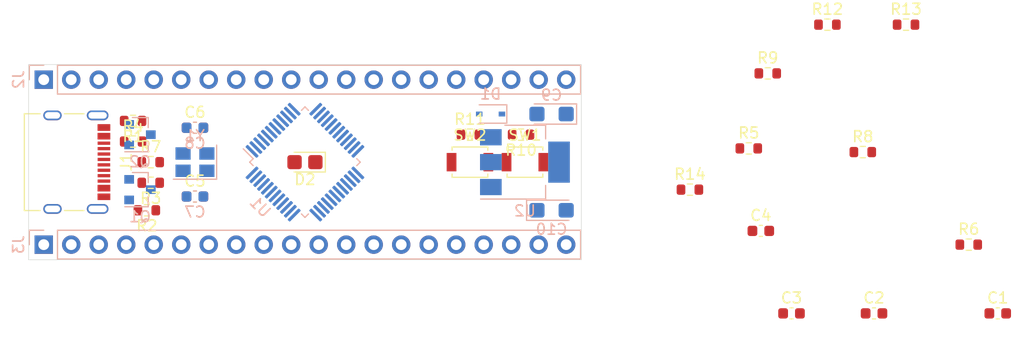
<source format=kicad_pcb>
(kicad_pcb (version 20171130) (host pcbnew "(5.1.7)-1")

  (general
    (thickness 1.6)
    (drawings 4)
    (tracks 0)
    (zones 0)
    (modules 36)
    (nets 58)
  )

  (page A4)
  (layers
    (0 F.Cu signal)
    (31 B.Cu signal)
    (32 B.Adhes user)
    (33 F.Adhes user)
    (34 B.Paste user)
    (35 F.Paste user)
    (36 B.SilkS user)
    (37 F.SilkS user)
    (38 B.Mask user)
    (39 F.Mask user)
    (40 Dwgs.User user)
    (41 Cmts.User user)
    (42 Eco1.User user)
    (43 Eco2.User user)
    (44 Edge.Cuts user)
    (45 Margin user)
    (46 B.CrtYd user)
    (47 F.CrtYd user)
    (48 B.Fab user)
    (49 F.Fab user)
  )

  (setup
    (last_trace_width 0.25)
    (trace_clearance 0.2)
    (zone_clearance 0.508)
    (zone_45_only no)
    (trace_min 0.2)
    (via_size 0.8)
    (via_drill 0.4)
    (via_min_size 0.4)
    (via_min_drill 0.3)
    (uvia_size 0.3)
    (uvia_drill 0.1)
    (uvias_allowed no)
    (uvia_min_size 0.2)
    (uvia_min_drill 0.1)
    (edge_width 0.05)
    (segment_width 0.2)
    (pcb_text_width 0.3)
    (pcb_text_size 1.5 1.5)
    (mod_edge_width 0.12)
    (mod_text_size 1 1)
    (mod_text_width 0.15)
    (pad_size 1.524 1.524)
    (pad_drill 0.762)
    (pad_to_mask_clearance 0)
    (aux_axis_origin 0 0)
    (visible_elements 7FFFFFFF)
    (pcbplotparams
      (layerselection 0x010fc_ffffffff)
      (usegerberextensions false)
      (usegerberattributes true)
      (usegerberadvancedattributes true)
      (creategerberjobfile true)
      (excludeedgelayer true)
      (linewidth 0.100000)
      (plotframeref false)
      (viasonmask false)
      (mode 1)
      (useauxorigin false)
      (hpglpennumber 1)
      (hpglpenspeed 20)
      (hpglpendiameter 15.000000)
      (psnegative false)
      (psa4output false)
      (plotreference true)
      (plotvalue true)
      (plotinvisibletext false)
      (padsonsilk false)
      (subtractmaskfromsilk false)
      (outputformat 1)
      (mirror false)
      (drillshape 1)
      (scaleselection 1)
      (outputdirectory ""))
  )

  (net 0 "")
  (net 1 GNDD)
  (net 2 Vin)
  (net 3 "USB(+)")
  (net 4 "USB(-)")
  (net 5 VCC)
  (net 6 OSC_OUT)
  (net 7 OSC_IN)
  (net 8 VBUS)
  (net 9 "Net-(D2-Pad2)")
  (net 10 "Net-(J1-PadB5)")
  (net 11 "Net-(J1-PadA6)")
  (net 12 "Net-(J1-PadA8)")
  (net 13 "Net-(J1-PadA5)")
  (net 14 "Net-(J1-PadB8)")
  (net 15 "Net-(J1-PadA7)")
  (net 16 /0)
  (net 17 /1)
  (net 18 /2)
  (net 19 /3)
  (net 20 /4)
  (net 21 /5)
  (net 22 /6)
  (net 23 /7)
  (net 24 /8)
  (net 25 /9)
  (net 26 /10)
  (net 27 /11)
  (net 28 RESET)
  (net 29 /12)
  (net 30 /14)
  (net 31 /13)
  (net 32 Vbat)
  (net 33 /31)
  (net 34 /30)
  (net 35 /29)
  (net 36 /28)
  (net 37 /27)
  (net 38 /26)
  (net 39 /25)
  (net 40 /22)
  (net 41 /21)
  (net 42 /20)
  (net 43 /19)
  (net 44 /18)
  (net 45 /17)
  (net 46 /16)
  (net 47 /15)
  (net 48 BOOT)
  (net 49 "Net-(Q1-Pad2)")
  (net 50 "Net-(Q1-Pad1)")
  (net 51 "Net-(Q2-Pad1)")
  (net 52 BOOT0)
  (net 53 /DISC)
  (net 54 /33)
  (net 55 +3V3)
  (net 56 "Net-(R12-Pad1)")
  (net 57 "Net-(R13-Pad1)")

  (net_class Default "This is the default net class."
    (clearance 0.2)
    (trace_width 0.25)
    (via_dia 0.8)
    (via_drill 0.4)
    (uvia_dia 0.3)
    (uvia_drill 0.1)
    (add_net +3V3)
    (add_net /0)
    (add_net /1)
    (add_net /10)
    (add_net /11)
    (add_net /12)
    (add_net /13)
    (add_net /14)
    (add_net /15)
    (add_net /16)
    (add_net /17)
    (add_net /18)
    (add_net /19)
    (add_net /2)
    (add_net /20)
    (add_net /21)
    (add_net /22)
    (add_net /25)
    (add_net /26)
    (add_net /27)
    (add_net /28)
    (add_net /29)
    (add_net /3)
    (add_net /30)
    (add_net /31)
    (add_net /33)
    (add_net /4)
    (add_net /5)
    (add_net /6)
    (add_net /7)
    (add_net /8)
    (add_net /9)
    (add_net /DISC)
    (add_net BOOT)
    (add_net BOOT0)
    (add_net GNDD)
    (add_net "Net-(D2-Pad2)")
    (add_net "Net-(J1-PadA5)")
    (add_net "Net-(J1-PadA6)")
    (add_net "Net-(J1-PadA7)")
    (add_net "Net-(J1-PadA8)")
    (add_net "Net-(J1-PadB5)")
    (add_net "Net-(J1-PadB8)")
    (add_net "Net-(Q1-Pad1)")
    (add_net "Net-(Q1-Pad2)")
    (add_net "Net-(Q2-Pad1)")
    (add_net "Net-(R12-Pad1)")
    (add_net "Net-(R13-Pad1)")
    (add_net OSC_IN)
    (add_net OSC_OUT)
    (add_net RESET)
    (add_net "USB(+)")
    (add_net "USB(-)")
    (add_net VBUS)
    (add_net VCC)
    (add_net Vbat)
    (add_net Vin)
  )

  (module Capacitor_Tantalum_SMD:CP_EIA-3216-10_Kemet-I (layer B.Cu) (tedit 5EBA9318) (tstamp 5F92E3AB)
    (at 98.98 89.535)
    (descr "Tantalum Capacitor SMD Kemet-I (3216-10 Metric), IPC_7351 nominal, (Body size from: http://www.kemet.com/Lists/ProductCatalog/Attachments/253/KEM_TC101_STD.pdf), generated with kicad-footprint-generator")
    (tags "capacitor tantalum")
    (path /5F957F5F)
    (attr smd)
    (fp_text reference C10 (at 0 1.75) (layer B.SilkS)
      (effects (font (size 1 1) (thickness 0.15)) (justify mirror))
    )
    (fp_text value 22uF (at 0 -1.75) (layer B.Fab)
      (effects (font (size 1 1) (thickness 0.15)) (justify mirror))
    )
    (fp_text user %R (at 0 0) (layer B.Fab)
      (effects (font (size 0.8 0.8) (thickness 0.12)) (justify mirror))
    )
    (fp_line (start 1.6 0.8) (end -1.2 0.8) (layer B.Fab) (width 0.1))
    (fp_line (start -1.2 0.8) (end -1.6 0.4) (layer B.Fab) (width 0.1))
    (fp_line (start -1.6 0.4) (end -1.6 -0.8) (layer B.Fab) (width 0.1))
    (fp_line (start -1.6 -0.8) (end 1.6 -0.8) (layer B.Fab) (width 0.1))
    (fp_line (start 1.6 -0.8) (end 1.6 0.8) (layer B.Fab) (width 0.1))
    (fp_line (start 1.6 0.935) (end -2.31 0.935) (layer B.SilkS) (width 0.12))
    (fp_line (start -2.31 0.935) (end -2.31 -0.935) (layer B.SilkS) (width 0.12))
    (fp_line (start -2.31 -0.935) (end 1.6 -0.935) (layer B.SilkS) (width 0.12))
    (fp_line (start -2.3 -1.05) (end -2.3 1.05) (layer B.CrtYd) (width 0.05))
    (fp_line (start -2.3 1.05) (end 2.3 1.05) (layer B.CrtYd) (width 0.05))
    (fp_line (start 2.3 1.05) (end 2.3 -1.05) (layer B.CrtYd) (width 0.05))
    (fp_line (start 2.3 -1.05) (end -2.3 -1.05) (layer B.CrtYd) (width 0.05))
    (pad 2 smd roundrect (at 1.35 0) (size 1.4 1.35) (layers B.Cu B.Paste B.Mask) (roundrect_rratio 0.185185)
      (net 1 GNDD))
    (pad 1 smd roundrect (at -1.35 0) (size 1.4 1.35) (layers B.Cu B.Paste B.Mask) (roundrect_rratio 0.185185)
      (net 55 +3V3))
    (model ${KISYS3DMOD}/Capacitor_Tantalum_SMD.3dshapes/CP_EIA-3216-10_Kemet-I.wrl
      (at (xyz 0 0 0))
      (scale (xyz 1 1 1))
      (rotate (xyz 0 0 0))
    )
  )

  (module Capacitor_Tantalum_SMD:CP_EIA-3216-10_Kemet-I (layer B.Cu) (tedit 5EBA9318) (tstamp 5F93200E)
    (at 98.98 80.645 180)
    (descr "Tantalum Capacitor SMD Kemet-I (3216-10 Metric), IPC_7351 nominal, (Body size from: http://www.kemet.com/Lists/ProductCatalog/Attachments/253/KEM_TC101_STD.pdf), generated with kicad-footprint-generator")
    (tags "capacitor tantalum")
    (path /5F59B61E)
    (attr smd)
    (fp_text reference C9 (at 0 1.75) (layer B.SilkS)
      (effects (font (size 1 1) (thickness 0.15)) (justify mirror))
    )
    (fp_text value 22uF (at 0 -1.75) (layer B.Fab)
      (effects (font (size 1 1) (thickness 0.15)) (justify mirror))
    )
    (fp_text user %R (at 0 0) (layer B.Fab)
      (effects (font (size 0.8 0.8) (thickness 0.12)) (justify mirror))
    )
    (fp_line (start 1.6 0.8) (end -1.2 0.8) (layer B.Fab) (width 0.1))
    (fp_line (start -1.2 0.8) (end -1.6 0.4) (layer B.Fab) (width 0.1))
    (fp_line (start -1.6 0.4) (end -1.6 -0.8) (layer B.Fab) (width 0.1))
    (fp_line (start -1.6 -0.8) (end 1.6 -0.8) (layer B.Fab) (width 0.1))
    (fp_line (start 1.6 -0.8) (end 1.6 0.8) (layer B.Fab) (width 0.1))
    (fp_line (start 1.6 0.935) (end -2.31 0.935) (layer B.SilkS) (width 0.12))
    (fp_line (start -2.31 0.935) (end -2.31 -0.935) (layer B.SilkS) (width 0.12))
    (fp_line (start -2.31 -0.935) (end 1.6 -0.935) (layer B.SilkS) (width 0.12))
    (fp_line (start -2.3 -1.05) (end -2.3 1.05) (layer B.CrtYd) (width 0.05))
    (fp_line (start -2.3 1.05) (end 2.3 1.05) (layer B.CrtYd) (width 0.05))
    (fp_line (start 2.3 1.05) (end 2.3 -1.05) (layer B.CrtYd) (width 0.05))
    (fp_line (start 2.3 -1.05) (end -2.3 -1.05) (layer B.CrtYd) (width 0.05))
    (pad 2 smd roundrect (at 1.35 0 180) (size 1.4 1.35) (layers B.Cu B.Paste B.Mask) (roundrect_rratio 0.185185)
      (net 1 GNDD))
    (pad 1 smd roundrect (at -1.35 0 180) (size 1.4 1.35) (layers B.Cu B.Paste B.Mask) (roundrect_rratio 0.185185)
      (net 2 Vin))
    (model ${KISYS3DMOD}/Capacitor_Tantalum_SMD.3dshapes/CP_EIA-3216-10_Kemet-I.wrl
      (at (xyz 0 0 0))
      (scale (xyz 1 1 1))
      (rotate (xyz 0 0 0))
    )
  )

  (module Resistor_SMD:R_0603_1608Metric (layer F.Cu) (tedit 5F68FEEE) (tstamp 5F932286)
    (at 111.76 87.63)
    (descr "Resistor SMD 0603 (1608 Metric), square (rectangular) end terminal, IPC_7351 nominal, (Body size source: IPC-SM-782 page 72, https://www.pcb-3d.com/wordpress/wp-content/uploads/ipc-sm-782a_amendment_1_and_2.pdf), generated with kicad-footprint-generator")
    (tags resistor)
    (path /5F6CD58C)
    (attr smd)
    (fp_text reference R14 (at 0 -1.43) (layer F.SilkS)
      (effects (font (size 1 1) (thickness 0.15)))
    )
    (fp_text value 1K (at 0 1.43) (layer F.Fab)
      (effects (font (size 1 1) (thickness 0.15)))
    )
    (fp_text user %R (at 0 0) (layer F.Fab)
      (effects (font (size 0.4 0.4) (thickness 0.06)))
    )
    (fp_line (start -0.8 0.4125) (end -0.8 -0.4125) (layer F.Fab) (width 0.1))
    (fp_line (start -0.8 -0.4125) (end 0.8 -0.4125) (layer F.Fab) (width 0.1))
    (fp_line (start 0.8 -0.4125) (end 0.8 0.4125) (layer F.Fab) (width 0.1))
    (fp_line (start 0.8 0.4125) (end -0.8 0.4125) (layer F.Fab) (width 0.1))
    (fp_line (start -0.237258 -0.5225) (end 0.237258 -0.5225) (layer F.SilkS) (width 0.12))
    (fp_line (start -0.237258 0.5225) (end 0.237258 0.5225) (layer F.SilkS) (width 0.12))
    (fp_line (start -1.48 0.73) (end -1.48 -0.73) (layer F.CrtYd) (width 0.05))
    (fp_line (start -1.48 -0.73) (end 1.48 -0.73) (layer F.CrtYd) (width 0.05))
    (fp_line (start 1.48 -0.73) (end 1.48 0.73) (layer F.CrtYd) (width 0.05))
    (fp_line (start 1.48 0.73) (end -1.48 0.73) (layer F.CrtYd) (width 0.05))
    (pad 2 smd roundrect (at 0.825 0) (size 0.8 0.95) (layers F.Cu F.Paste F.Mask) (roundrect_rratio 0.25)
      (net 54 /33))
    (pad 1 smd roundrect (at -0.825 0) (size 0.8 0.95) (layers F.Cu F.Paste F.Mask) (roundrect_rratio 0.25)
      (net 9 "Net-(D2-Pad2)"))
    (model ${KISYS3DMOD}/Resistor_SMD.3dshapes/R_0603_1608Metric.wrl
      (at (xyz 0 0 0))
      (scale (xyz 1 1 1))
      (rotate (xyz 0 0 0))
    )
  )

  (module Resistor_SMD:R_0603_1608Metric (layer F.Cu) (tedit 5F68FEEE) (tstamp 5F9321DC)
    (at 131.7225 72.39)
    (descr "Resistor SMD 0603 (1608 Metric), square (rectangular) end terminal, IPC_7351 nominal, (Body size source: IPC-SM-782 page 72, https://www.pcb-3d.com/wordpress/wp-content/uploads/ipc-sm-782a_amendment_1_and_2.pdf), generated with kicad-footprint-generator")
    (tags resistor)
    (path /5F5E230D)
    (attr smd)
    (fp_text reference R13 (at 0 -1.43) (layer F.SilkS)
      (effects (font (size 1 1) (thickness 0.15)))
    )
    (fp_text value 10K (at 0 1.43) (layer F.Fab)
      (effects (font (size 1 1) (thickness 0.15)))
    )
    (fp_text user %R (at 0 0) (layer F.Fab)
      (effects (font (size 0.4 0.4) (thickness 0.06)))
    )
    (fp_line (start -0.8 0.4125) (end -0.8 -0.4125) (layer F.Fab) (width 0.1))
    (fp_line (start -0.8 -0.4125) (end 0.8 -0.4125) (layer F.Fab) (width 0.1))
    (fp_line (start 0.8 -0.4125) (end 0.8 0.4125) (layer F.Fab) (width 0.1))
    (fp_line (start 0.8 0.4125) (end -0.8 0.4125) (layer F.Fab) (width 0.1))
    (fp_line (start -0.237258 -0.5225) (end 0.237258 -0.5225) (layer F.SilkS) (width 0.12))
    (fp_line (start -0.237258 0.5225) (end 0.237258 0.5225) (layer F.SilkS) (width 0.12))
    (fp_line (start -1.48 0.73) (end -1.48 -0.73) (layer F.CrtYd) (width 0.05))
    (fp_line (start -1.48 -0.73) (end 1.48 -0.73) (layer F.CrtYd) (width 0.05))
    (fp_line (start 1.48 -0.73) (end 1.48 0.73) (layer F.CrtYd) (width 0.05))
    (fp_line (start 1.48 0.73) (end -1.48 0.73) (layer F.CrtYd) (width 0.05))
    (pad 2 smd roundrect (at 0.825 0) (size 0.8 0.95) (layers F.Cu F.Paste F.Mask) (roundrect_rratio 0.25)
      (net 1 GNDD))
    (pad 1 smd roundrect (at -0.825 0) (size 0.8 0.95) (layers F.Cu F.Paste F.Mask) (roundrect_rratio 0.25)
      (net 57 "Net-(R13-Pad1)"))
    (model ${KISYS3DMOD}/Resistor_SMD.3dshapes/R_0603_1608Metric.wrl
      (at (xyz 0 0 0))
      (scale (xyz 1 1 1))
      (rotate (xyz 0 0 0))
    )
  )

  (module Resistor_SMD:R_0603_1608Metric (layer F.Cu) (tedit 5F68FEEE) (tstamp 5F9321BA)
    (at 124.46 72.39)
    (descr "Resistor SMD 0603 (1608 Metric), square (rectangular) end terminal, IPC_7351 nominal, (Body size source: IPC-SM-782 page 72, https://www.pcb-3d.com/wordpress/wp-content/uploads/ipc-sm-782a_amendment_1_and_2.pdf), generated with kicad-footprint-generator")
    (tags resistor)
    (path /5F5E2746)
    (attr smd)
    (fp_text reference R12 (at 0 -1.43) (layer F.SilkS)
      (effects (font (size 1 1) (thickness 0.15)))
    )
    (fp_text value 1K (at 0 1.43) (layer F.Fab)
      (effects (font (size 1 1) (thickness 0.15)))
    )
    (fp_text user %R (at 0 0) (layer F.Fab)
      (effects (font (size 0.4 0.4) (thickness 0.06)))
    )
    (fp_line (start -0.8 0.4125) (end -0.8 -0.4125) (layer F.Fab) (width 0.1))
    (fp_line (start -0.8 -0.4125) (end 0.8 -0.4125) (layer F.Fab) (width 0.1))
    (fp_line (start 0.8 -0.4125) (end 0.8 0.4125) (layer F.Fab) (width 0.1))
    (fp_line (start 0.8 0.4125) (end -0.8 0.4125) (layer F.Fab) (width 0.1))
    (fp_line (start -0.237258 -0.5225) (end 0.237258 -0.5225) (layer F.SilkS) (width 0.12))
    (fp_line (start -0.237258 0.5225) (end 0.237258 0.5225) (layer F.SilkS) (width 0.12))
    (fp_line (start -1.48 0.73) (end -1.48 -0.73) (layer F.CrtYd) (width 0.05))
    (fp_line (start -1.48 -0.73) (end 1.48 -0.73) (layer F.CrtYd) (width 0.05))
    (fp_line (start 1.48 -0.73) (end 1.48 0.73) (layer F.CrtYd) (width 0.05))
    (fp_line (start 1.48 0.73) (end -1.48 0.73) (layer F.CrtYd) (width 0.05))
    (pad 2 smd roundrect (at 0.825 0) (size 0.8 0.95) (layers F.Cu F.Paste F.Mask) (roundrect_rratio 0.25)
      (net 1 GNDD))
    (pad 1 smd roundrect (at -0.825 0) (size 0.8 0.95) (layers F.Cu F.Paste F.Mask) (roundrect_rratio 0.25)
      (net 56 "Net-(R12-Pad1)"))
    (model ${KISYS3DMOD}/Resistor_SMD.3dshapes/R_0603_1608Metric.wrl
      (at (xyz 0 0 0))
      (scale (xyz 1 1 1))
      (rotate (xyz 0 0 0))
    )
  )

  (module Resistor_SMD:R_0603_1608Metric (layer F.Cu) (tedit 5F68FEEE) (tstamp 5F9321CB)
    (at 91.44 82.55)
    (descr "Resistor SMD 0603 (1608 Metric), square (rectangular) end terminal, IPC_7351 nominal, (Body size source: IPC-SM-782 page 72, https://www.pcb-3d.com/wordpress/wp-content/uploads/ipc-sm-782a_amendment_1_and_2.pdf), generated with kicad-footprint-generator")
    (tags resistor)
    (path /5F5E1CB0)
    (attr smd)
    (fp_text reference R11 (at 0 -1.43) (layer F.SilkS)
      (effects (font (size 1 1) (thickness 0.15)))
    )
    (fp_text value 1K (at 0 1.43) (layer F.Fab)
      (effects (font (size 1 1) (thickness 0.15)))
    )
    (fp_text user %R (at 0 0) (layer F.Fab)
      (effects (font (size 0.4 0.4) (thickness 0.06)))
    )
    (fp_line (start -0.8 0.4125) (end -0.8 -0.4125) (layer F.Fab) (width 0.1))
    (fp_line (start -0.8 -0.4125) (end 0.8 -0.4125) (layer F.Fab) (width 0.1))
    (fp_line (start 0.8 -0.4125) (end 0.8 0.4125) (layer F.Fab) (width 0.1))
    (fp_line (start 0.8 0.4125) (end -0.8 0.4125) (layer F.Fab) (width 0.1))
    (fp_line (start -0.237258 -0.5225) (end 0.237258 -0.5225) (layer F.SilkS) (width 0.12))
    (fp_line (start -0.237258 0.5225) (end 0.237258 0.5225) (layer F.SilkS) (width 0.12))
    (fp_line (start -1.48 0.73) (end -1.48 -0.73) (layer F.CrtYd) (width 0.05))
    (fp_line (start -1.48 -0.73) (end 1.48 -0.73) (layer F.CrtYd) (width 0.05))
    (fp_line (start 1.48 -0.73) (end 1.48 0.73) (layer F.CrtYd) (width 0.05))
    (fp_line (start 1.48 0.73) (end -1.48 0.73) (layer F.CrtYd) (width 0.05))
    (pad 2 smd roundrect (at 0.825 0) (size 0.8 0.95) (layers F.Cu F.Paste F.Mask) (roundrect_rratio 0.25)
      (net 52 BOOT0))
    (pad 1 smd roundrect (at -0.825 0) (size 0.8 0.95) (layers F.Cu F.Paste F.Mask) (roundrect_rratio 0.25)
      (net 5 VCC))
    (model ${KISYS3DMOD}/Resistor_SMD.3dshapes/R_0603_1608Metric.wrl
      (at (xyz 0 0 0))
      (scale (xyz 1 1 1))
      (rotate (xyz 0 0 0))
    )
  )

  (module Resistor_SMD:R_0603_1608Metric (layer F.Cu) (tedit 5F68FEEE) (tstamp 5F9321A9)
    (at 96.1625 82.55 180)
    (descr "Resistor SMD 0603 (1608 Metric), square (rectangular) end terminal, IPC_7351 nominal, (Body size source: IPC-SM-782 page 72, https://www.pcb-3d.com/wordpress/wp-content/uploads/ipc-sm-782a_amendment_1_and_2.pdf), generated with kicad-footprint-generator")
    (tags resistor)
    (path /5F5E0C66)
    (attr smd)
    (fp_text reference R10 (at 0 -1.43) (layer F.SilkS)
      (effects (font (size 1 1) (thickness 0.15)))
    )
    (fp_text value 10K (at 0 1.43) (layer F.Fab)
      (effects (font (size 1 1) (thickness 0.15)))
    )
    (fp_text user %R (at 0 0) (layer F.Fab)
      (effects (font (size 0.4 0.4) (thickness 0.06)))
    )
    (fp_line (start -0.8 0.4125) (end -0.8 -0.4125) (layer F.Fab) (width 0.1))
    (fp_line (start -0.8 -0.4125) (end 0.8 -0.4125) (layer F.Fab) (width 0.1))
    (fp_line (start 0.8 -0.4125) (end 0.8 0.4125) (layer F.Fab) (width 0.1))
    (fp_line (start 0.8 0.4125) (end -0.8 0.4125) (layer F.Fab) (width 0.1))
    (fp_line (start -0.237258 -0.5225) (end 0.237258 -0.5225) (layer F.SilkS) (width 0.12))
    (fp_line (start -0.237258 0.5225) (end 0.237258 0.5225) (layer F.SilkS) (width 0.12))
    (fp_line (start -1.48 0.73) (end -1.48 -0.73) (layer F.CrtYd) (width 0.05))
    (fp_line (start -1.48 -0.73) (end 1.48 -0.73) (layer F.CrtYd) (width 0.05))
    (fp_line (start 1.48 -0.73) (end 1.48 0.73) (layer F.CrtYd) (width 0.05))
    (fp_line (start 1.48 0.73) (end -1.48 0.73) (layer F.CrtYd) (width 0.05))
    (pad 2 smd roundrect (at 0.825 0 180) (size 0.8 0.95) (layers F.Cu F.Paste F.Mask) (roundrect_rratio 0.25)
      (net 28 RESET))
    (pad 1 smd roundrect (at -0.825 0 180) (size 0.8 0.95) (layers F.Cu F.Paste F.Mask) (roundrect_rratio 0.25)
      (net 5 VCC))
    (model ${KISYS3DMOD}/Resistor_SMD.3dshapes/R_0603_1608Metric.wrl
      (at (xyz 0 0 0))
      (scale (xyz 1 1 1))
      (rotate (xyz 0 0 0))
    )
  )

  (module Resistor_SMD:R_0603_1608Metric (layer F.Cu) (tedit 5F68FEEE) (tstamp 5F932275)
    (at 118.95 76.89)
    (descr "Resistor SMD 0603 (1608 Metric), square (rectangular) end terminal, IPC_7351 nominal, (Body size source: IPC-SM-782 page 72, https://www.pcb-3d.com/wordpress/wp-content/uploads/ipc-sm-782a_amendment_1_and_2.pdf), generated with kicad-footprint-generator")
    (tags resistor)
    (path /5F57968D)
    (attr smd)
    (fp_text reference R9 (at 0 -1.43) (layer F.SilkS)
      (effects (font (size 1 1) (thickness 0.15)))
    )
    (fp_text value 1K (at 0 1.43) (layer F.Fab)
      (effects (font (size 1 1) (thickness 0.15)))
    )
    (fp_text user %R (at 0 0) (layer F.Fab)
      (effects (font (size 0.4 0.4) (thickness 0.06)))
    )
    (fp_line (start -0.8 0.4125) (end -0.8 -0.4125) (layer F.Fab) (width 0.1))
    (fp_line (start -0.8 -0.4125) (end 0.8 -0.4125) (layer F.Fab) (width 0.1))
    (fp_line (start 0.8 -0.4125) (end 0.8 0.4125) (layer F.Fab) (width 0.1))
    (fp_line (start 0.8 0.4125) (end -0.8 0.4125) (layer F.Fab) (width 0.1))
    (fp_line (start -0.237258 -0.5225) (end 0.237258 -0.5225) (layer F.SilkS) (width 0.12))
    (fp_line (start -0.237258 0.5225) (end 0.237258 0.5225) (layer F.SilkS) (width 0.12))
    (fp_line (start -1.48 0.73) (end -1.48 -0.73) (layer F.CrtYd) (width 0.05))
    (fp_line (start -1.48 -0.73) (end 1.48 -0.73) (layer F.CrtYd) (width 0.05))
    (fp_line (start 1.48 -0.73) (end 1.48 0.73) (layer F.CrtYd) (width 0.05))
    (fp_line (start 1.48 0.73) (end -1.48 0.73) (layer F.CrtYd) (width 0.05))
    (pad 2 smd roundrect (at 0.825 0) (size 0.8 0.95) (layers F.Cu F.Paste F.Mask) (roundrect_rratio 0.25)
      (net 53 /DISC))
    (pad 1 smd roundrect (at -0.825 0) (size 0.8 0.95) (layers F.Cu F.Paste F.Mask) (roundrect_rratio 0.25)
      (net 51 "Net-(Q2-Pad1)"))
    (model ${KISYS3DMOD}/Resistor_SMD.3dshapes/R_0603_1608Metric.wrl
      (at (xyz 0 0 0))
      (scale (xyz 1 1 1))
      (rotate (xyz 0 0 0))
    )
  )

  (module Resistor_SMD:R_0603_1608Metric (layer F.Cu) (tedit 5F68FEEE) (tstamp 5F932242)
    (at 127.73 84.16)
    (descr "Resistor SMD 0603 (1608 Metric), square (rectangular) end terminal, IPC_7351 nominal, (Body size source: IPC-SM-782 page 72, https://www.pcb-3d.com/wordpress/wp-content/uploads/ipc-sm-782a_amendment_1_and_2.pdf), generated with kicad-footprint-generator")
    (tags resistor)
    (path /5F579434)
    (attr smd)
    (fp_text reference R8 (at 0 -1.43) (layer F.SilkS)
      (effects (font (size 1 1) (thickness 0.15)))
    )
    (fp_text value 36K (at 0 1.43) (layer F.Fab)
      (effects (font (size 1 1) (thickness 0.15)))
    )
    (fp_text user %R (at 0 0) (layer F.Fab)
      (effects (font (size 0.4 0.4) (thickness 0.06)))
    )
    (fp_line (start -0.8 0.4125) (end -0.8 -0.4125) (layer F.Fab) (width 0.1))
    (fp_line (start -0.8 -0.4125) (end 0.8 -0.4125) (layer F.Fab) (width 0.1))
    (fp_line (start 0.8 -0.4125) (end 0.8 0.4125) (layer F.Fab) (width 0.1))
    (fp_line (start 0.8 0.4125) (end -0.8 0.4125) (layer F.Fab) (width 0.1))
    (fp_line (start -0.237258 -0.5225) (end 0.237258 -0.5225) (layer F.SilkS) (width 0.12))
    (fp_line (start -0.237258 0.5225) (end 0.237258 0.5225) (layer F.SilkS) (width 0.12))
    (fp_line (start -1.48 0.73) (end -1.48 -0.73) (layer F.CrtYd) (width 0.05))
    (fp_line (start -1.48 -0.73) (end 1.48 -0.73) (layer F.CrtYd) (width 0.05))
    (fp_line (start 1.48 -0.73) (end 1.48 0.73) (layer F.CrtYd) (width 0.05))
    (fp_line (start 1.48 0.73) (end -1.48 0.73) (layer F.CrtYd) (width 0.05))
    (pad 2 smd roundrect (at 0.825 0) (size 0.8 0.95) (layers F.Cu F.Paste F.Mask) (roundrect_rratio 0.25)
      (net 1 GNDD))
    (pad 1 smd roundrect (at -0.825 0) (size 0.8 0.95) (layers F.Cu F.Paste F.Mask) (roundrect_rratio 0.25)
      (net 50 "Net-(Q1-Pad1)"))
    (model ${KISYS3DMOD}/Resistor_SMD.3dshapes/R_0603_1608Metric.wrl
      (at (xyz 0 0 0))
      (scale (xyz 1 1 1))
      (rotate (xyz 0 0 0))
    )
  )

  (module Resistor_SMD:R_0603_1608Metric (layer F.Cu) (tedit 5F68FEEE) (tstamp 5F932220)
    (at 61.9525 85.09)
    (descr "Resistor SMD 0603 (1608 Metric), square (rectangular) end terminal, IPC_7351 nominal, (Body size source: IPC-SM-782 page 72, https://www.pcb-3d.com/wordpress/wp-content/uploads/ipc-sm-782a_amendment_1_and_2.pdf), generated with kicad-footprint-generator")
    (tags resistor)
    (path /5F5700B0)
    (attr smd)
    (fp_text reference R7 (at 0 -1.43) (layer F.SilkS)
      (effects (font (size 1 1) (thickness 0.15)))
    )
    (fp_text value 22 (at 0 1.43) (layer F.Fab)
      (effects (font (size 1 1) (thickness 0.15)))
    )
    (fp_text user %R (at 0 0) (layer F.Fab)
      (effects (font (size 0.4 0.4) (thickness 0.06)))
    )
    (fp_line (start -0.8 0.4125) (end -0.8 -0.4125) (layer F.Fab) (width 0.1))
    (fp_line (start -0.8 -0.4125) (end 0.8 -0.4125) (layer F.Fab) (width 0.1))
    (fp_line (start 0.8 -0.4125) (end 0.8 0.4125) (layer F.Fab) (width 0.1))
    (fp_line (start 0.8 0.4125) (end -0.8 0.4125) (layer F.Fab) (width 0.1))
    (fp_line (start -0.237258 -0.5225) (end 0.237258 -0.5225) (layer F.SilkS) (width 0.12))
    (fp_line (start -0.237258 0.5225) (end 0.237258 0.5225) (layer F.SilkS) (width 0.12))
    (fp_line (start -1.48 0.73) (end -1.48 -0.73) (layer F.CrtYd) (width 0.05))
    (fp_line (start -1.48 -0.73) (end 1.48 -0.73) (layer F.CrtYd) (width 0.05))
    (fp_line (start 1.48 -0.73) (end 1.48 0.73) (layer F.CrtYd) (width 0.05))
    (fp_line (start 1.48 0.73) (end -1.48 0.73) (layer F.CrtYd) (width 0.05))
    (pad 2 smd roundrect (at 0.825 0) (size 0.8 0.95) (layers F.Cu F.Paste F.Mask) (roundrect_rratio 0.25)
      (net 3 "USB(+)"))
    (pad 1 smd roundrect (at -0.825 0) (size 0.8 0.95) (layers F.Cu F.Paste F.Mask) (roundrect_rratio 0.25)
      (net 11 "Net-(J1-PadA6)"))
    (model ${KISYS3DMOD}/Resistor_SMD.3dshapes/R_0603_1608Metric.wrl
      (at (xyz 0 0 0))
      (scale (xyz 1 1 1))
      (rotate (xyz 0 0 0))
    )
  )

  (module Resistor_SMD:R_0603_1608Metric (layer F.Cu) (tedit 5F68FEEE) (tstamp 5F932264)
    (at 137.5175 92.71)
    (descr "Resistor SMD 0603 (1608 Metric), square (rectangular) end terminal, IPC_7351 nominal, (Body size source: IPC-SM-782 page 72, https://www.pcb-3d.com/wordpress/wp-content/uploads/ipc-sm-782a_amendment_1_and_2.pdf), generated with kicad-footprint-generator")
    (tags resistor)
    (path /5F579F2F)
    (attr smd)
    (fp_text reference R6 (at 0 -1.43) (layer F.SilkS)
      (effects (font (size 1 1) (thickness 0.15)))
    )
    (fp_text value 47K (at 0 1.43) (layer F.Fab)
      (effects (font (size 1 1) (thickness 0.15)))
    )
    (fp_text user %R (at 0 0) (layer F.Fab)
      (effects (font (size 0.4 0.4) (thickness 0.06)))
    )
    (fp_line (start -0.8 0.4125) (end -0.8 -0.4125) (layer F.Fab) (width 0.1))
    (fp_line (start -0.8 -0.4125) (end 0.8 -0.4125) (layer F.Fab) (width 0.1))
    (fp_line (start 0.8 -0.4125) (end 0.8 0.4125) (layer F.Fab) (width 0.1))
    (fp_line (start 0.8 0.4125) (end -0.8 0.4125) (layer F.Fab) (width 0.1))
    (fp_line (start -0.237258 -0.5225) (end 0.237258 -0.5225) (layer F.SilkS) (width 0.12))
    (fp_line (start -0.237258 0.5225) (end 0.237258 0.5225) (layer F.SilkS) (width 0.12))
    (fp_line (start -1.48 0.73) (end -1.48 -0.73) (layer F.CrtYd) (width 0.05))
    (fp_line (start -1.48 -0.73) (end 1.48 -0.73) (layer F.CrtYd) (width 0.05))
    (fp_line (start 1.48 -0.73) (end 1.48 0.73) (layer F.CrtYd) (width 0.05))
    (fp_line (start 1.48 0.73) (end -1.48 0.73) (layer F.CrtYd) (width 0.05))
    (pad 2 smd roundrect (at 0.825 0) (size 0.8 0.95) (layers F.Cu F.Paste F.Mask) (roundrect_rratio 0.25)
      (net 51 "Net-(Q2-Pad1)"))
    (pad 1 smd roundrect (at -0.825 0) (size 0.8 0.95) (layers F.Cu F.Paste F.Mask) (roundrect_rratio 0.25)
      (net 55 +3V3))
    (model ${KISYS3DMOD}/Resistor_SMD.3dshapes/R_0603_1608Metric.wrl
      (at (xyz 0 0 0))
      (scale (xyz 1 1 1))
      (rotate (xyz 0 0 0))
    )
  )

  (module Resistor_SMD:R_0603_1608Metric (layer F.Cu) (tedit 5F68FEEE) (tstamp 5F932253)
    (at 117.1975 83.82)
    (descr "Resistor SMD 0603 (1608 Metric), square (rectangular) end terminal, IPC_7351 nominal, (Body size source: IPC-SM-782 page 72, https://www.pcb-3d.com/wordpress/wp-content/uploads/ipc-sm-782a_amendment_1_and_2.pdf), generated with kicad-footprint-generator")
    (tags resistor)
    (path /5F578675)
    (attr smd)
    (fp_text reference R5 (at 0 -1.43) (layer F.SilkS)
      (effects (font (size 1 1) (thickness 0.15)))
    )
    (fp_text value 10K (at 0 1.43) (layer F.Fab)
      (effects (font (size 1 1) (thickness 0.15)))
    )
    (fp_text user %R (at 0 0) (layer F.Fab)
      (effects (font (size 0.4 0.4) (thickness 0.06)))
    )
    (fp_line (start -0.8 0.4125) (end -0.8 -0.4125) (layer F.Fab) (width 0.1))
    (fp_line (start -0.8 -0.4125) (end 0.8 -0.4125) (layer F.Fab) (width 0.1))
    (fp_line (start 0.8 -0.4125) (end 0.8 0.4125) (layer F.Fab) (width 0.1))
    (fp_line (start 0.8 0.4125) (end -0.8 0.4125) (layer F.Fab) (width 0.1))
    (fp_line (start -0.237258 -0.5225) (end 0.237258 -0.5225) (layer F.SilkS) (width 0.12))
    (fp_line (start -0.237258 0.5225) (end 0.237258 0.5225) (layer F.SilkS) (width 0.12))
    (fp_line (start -1.48 0.73) (end -1.48 -0.73) (layer F.CrtYd) (width 0.05))
    (fp_line (start -1.48 -0.73) (end 1.48 -0.73) (layer F.CrtYd) (width 0.05))
    (fp_line (start 1.48 -0.73) (end 1.48 0.73) (layer F.CrtYd) (width 0.05))
    (fp_line (start 1.48 0.73) (end -1.48 0.73) (layer F.CrtYd) (width 0.05))
    (pad 2 smd roundrect (at 0.825 0) (size 0.8 0.95) (layers F.Cu F.Paste F.Mask) (roundrect_rratio 0.25)
      (net 50 "Net-(Q1-Pad1)"))
    (pad 1 smd roundrect (at -0.825 0) (size 0.8 0.95) (layers F.Cu F.Paste F.Mask) (roundrect_rratio 0.25)
      (net 8 VBUS))
    (model ${KISYS3DMOD}/Resistor_SMD.3dshapes/R_0603_1608Metric.wrl
      (at (xyz 0 0 0))
      (scale (xyz 1 1 1))
      (rotate (xyz 0 0 0))
    )
  )

  (module Resistor_SMD:R_0603_1608Metric (layer F.Cu) (tedit 5F68FEEE) (tstamp 5F93220F)
    (at 60.325 83.185)
    (descr "Resistor SMD 0603 (1608 Metric), square (rectangular) end terminal, IPC_7351 nominal, (Body size source: IPC-SM-782 page 72, https://www.pcb-3d.com/wordpress/wp-content/uploads/ipc-sm-782a_amendment_1_and_2.pdf), generated with kicad-footprint-generator")
    (tags resistor)
    (path /5F56FC22)
    (attr smd)
    (fp_text reference R4 (at 0 -1.43) (layer F.SilkS)
      (effects (font (size 1 1) (thickness 0.15)))
    )
    (fp_text value 22 (at 0 1.43) (layer F.Fab)
      (effects (font (size 1 1) (thickness 0.15)))
    )
    (fp_text user %R (at 0 0) (layer F.Fab)
      (effects (font (size 0.4 0.4) (thickness 0.06)))
    )
    (fp_line (start -0.8 0.4125) (end -0.8 -0.4125) (layer F.Fab) (width 0.1))
    (fp_line (start -0.8 -0.4125) (end 0.8 -0.4125) (layer F.Fab) (width 0.1))
    (fp_line (start 0.8 -0.4125) (end 0.8 0.4125) (layer F.Fab) (width 0.1))
    (fp_line (start 0.8 0.4125) (end -0.8 0.4125) (layer F.Fab) (width 0.1))
    (fp_line (start -0.237258 -0.5225) (end 0.237258 -0.5225) (layer F.SilkS) (width 0.12))
    (fp_line (start -0.237258 0.5225) (end 0.237258 0.5225) (layer F.SilkS) (width 0.12))
    (fp_line (start -1.48 0.73) (end -1.48 -0.73) (layer F.CrtYd) (width 0.05))
    (fp_line (start -1.48 -0.73) (end 1.48 -0.73) (layer F.CrtYd) (width 0.05))
    (fp_line (start 1.48 -0.73) (end 1.48 0.73) (layer F.CrtYd) (width 0.05))
    (fp_line (start 1.48 0.73) (end -1.48 0.73) (layer F.CrtYd) (width 0.05))
    (pad 2 smd roundrect (at 0.825 0) (size 0.8 0.95) (layers F.Cu F.Paste F.Mask) (roundrect_rratio 0.25)
      (net 15 "Net-(J1-PadA7)"))
    (pad 1 smd roundrect (at -0.825 0) (size 0.8 0.95) (layers F.Cu F.Paste F.Mask) (roundrect_rratio 0.25)
      (net 4 "USB(-)"))
    (model ${KISYS3DMOD}/Resistor_SMD.3dshapes/R_0603_1608Metric.wrl
      (at (xyz 0 0 0))
      (scale (xyz 1 1 1))
      (rotate (xyz 0 0 0))
    )
  )

  (module Resistor_SMD:R_0603_1608Metric (layer F.Cu) (tedit 5F68FEEE) (tstamp 5F932231)
    (at 61.9525 86.995 180)
    (descr "Resistor SMD 0603 (1608 Metric), square (rectangular) end terminal, IPC_7351 nominal, (Body size source: IPC-SM-782 page 72, https://www.pcb-3d.com/wordpress/wp-content/uploads/ipc-sm-782a_amendment_1_and_2.pdf), generated with kicad-footprint-generator")
    (tags resistor)
    (path /5F579042)
    (attr smd)
    (fp_text reference R3 (at 0 -1.43) (layer F.SilkS)
      (effects (font (size 1 1) (thickness 0.15)))
    )
    (fp_text value 1.5K (at 0 1.43) (layer F.Fab)
      (effects (font (size 1 1) (thickness 0.15)))
    )
    (fp_text user %R (at 0 0) (layer F.Fab)
      (effects (font (size 0.4 0.4) (thickness 0.06)))
    )
    (fp_line (start -0.8 0.4125) (end -0.8 -0.4125) (layer F.Fab) (width 0.1))
    (fp_line (start -0.8 -0.4125) (end 0.8 -0.4125) (layer F.Fab) (width 0.1))
    (fp_line (start 0.8 -0.4125) (end 0.8 0.4125) (layer F.Fab) (width 0.1))
    (fp_line (start 0.8 0.4125) (end -0.8 0.4125) (layer F.Fab) (width 0.1))
    (fp_line (start -0.237258 -0.5225) (end 0.237258 -0.5225) (layer F.SilkS) (width 0.12))
    (fp_line (start -0.237258 0.5225) (end 0.237258 0.5225) (layer F.SilkS) (width 0.12))
    (fp_line (start -1.48 0.73) (end -1.48 -0.73) (layer F.CrtYd) (width 0.05))
    (fp_line (start -1.48 -0.73) (end 1.48 -0.73) (layer F.CrtYd) (width 0.05))
    (fp_line (start 1.48 -0.73) (end 1.48 0.73) (layer F.CrtYd) (width 0.05))
    (fp_line (start 1.48 0.73) (end -1.48 0.73) (layer F.CrtYd) (width 0.05))
    (pad 2 smd roundrect (at 0.825 0 180) (size 0.8 0.95) (layers F.Cu F.Paste F.Mask) (roundrect_rratio 0.25)
      (net 49 "Net-(Q1-Pad2)"))
    (pad 1 smd roundrect (at -0.825 0 180) (size 0.8 0.95) (layers F.Cu F.Paste F.Mask) (roundrect_rratio 0.25)
      (net 3 "USB(+)"))
    (model ${KISYS3DMOD}/Resistor_SMD.3dshapes/R_0603_1608Metric.wrl
      (at (xyz 0 0 0))
      (scale (xyz 1 1 1))
      (rotate (xyz 0 0 0))
    )
  )

  (module Resistor_SMD:R_0603_1608Metric (layer F.Cu) (tedit 5F68FEEE) (tstamp 5F9321FE)
    (at 61.595 89.535 180)
    (descr "Resistor SMD 0603 (1608 Metric), square (rectangular) end terminal, IPC_7351 nominal, (Body size source: IPC-SM-782 page 72, https://www.pcb-3d.com/wordpress/wp-content/uploads/ipc-sm-782a_amendment_1_and_2.pdf), generated with kicad-footprint-generator")
    (tags resistor)
    (path /5F56EBC3)
    (attr smd)
    (fp_text reference R2 (at 0 -1.43) (layer F.SilkS)
      (effects (font (size 1 1) (thickness 0.15)))
    )
    (fp_text value 5.1K (at 0 1.43) (layer F.Fab)
      (effects (font (size 1 1) (thickness 0.15)))
    )
    (fp_text user %R (at 0 0) (layer F.Fab)
      (effects (font (size 0.4 0.4) (thickness 0.06)))
    )
    (fp_line (start -0.8 0.4125) (end -0.8 -0.4125) (layer F.Fab) (width 0.1))
    (fp_line (start -0.8 -0.4125) (end 0.8 -0.4125) (layer F.Fab) (width 0.1))
    (fp_line (start 0.8 -0.4125) (end 0.8 0.4125) (layer F.Fab) (width 0.1))
    (fp_line (start 0.8 0.4125) (end -0.8 0.4125) (layer F.Fab) (width 0.1))
    (fp_line (start -0.237258 -0.5225) (end 0.237258 -0.5225) (layer F.SilkS) (width 0.12))
    (fp_line (start -0.237258 0.5225) (end 0.237258 0.5225) (layer F.SilkS) (width 0.12))
    (fp_line (start -1.48 0.73) (end -1.48 -0.73) (layer F.CrtYd) (width 0.05))
    (fp_line (start -1.48 -0.73) (end 1.48 -0.73) (layer F.CrtYd) (width 0.05))
    (fp_line (start 1.48 -0.73) (end 1.48 0.73) (layer F.CrtYd) (width 0.05))
    (fp_line (start 1.48 0.73) (end -1.48 0.73) (layer F.CrtYd) (width 0.05))
    (pad 2 smd roundrect (at 0.825 0 180) (size 0.8 0.95) (layers F.Cu F.Paste F.Mask) (roundrect_rratio 0.25)
      (net 10 "Net-(J1-PadB5)"))
    (pad 1 smd roundrect (at -0.825 0 180) (size 0.8 0.95) (layers F.Cu F.Paste F.Mask) (roundrect_rratio 0.25)
      (net 1 GNDD))
    (model ${KISYS3DMOD}/Resistor_SMD.3dshapes/R_0603_1608Metric.wrl
      (at (xyz 0 0 0))
      (scale (xyz 1 1 1))
      (rotate (xyz 0 0 0))
    )
  )

  (module Resistor_SMD:R_0603_1608Metric (layer F.Cu) (tedit 5F68FEEE) (tstamp 5F9321ED)
    (at 60.325 81.28 180)
    (descr "Resistor SMD 0603 (1608 Metric), square (rectangular) end terminal, IPC_7351 nominal, (Body size source: IPC-SM-782 page 72, https://www.pcb-3d.com/wordpress/wp-content/uploads/ipc-sm-782a_amendment_1_and_2.pdf), generated with kicad-footprint-generator")
    (tags resistor)
    (path /5F56DFFA)
    (attr smd)
    (fp_text reference R1 (at 0 -1.43) (layer F.SilkS)
      (effects (font (size 1 1) (thickness 0.15)))
    )
    (fp_text value 5.1K (at 0 1.43) (layer F.Fab)
      (effects (font (size 1 1) (thickness 0.15)))
    )
    (fp_text user %R (at 0 0) (layer F.Fab)
      (effects (font (size 0.4 0.4) (thickness 0.06)))
    )
    (fp_line (start -0.8 0.4125) (end -0.8 -0.4125) (layer F.Fab) (width 0.1))
    (fp_line (start -0.8 -0.4125) (end 0.8 -0.4125) (layer F.Fab) (width 0.1))
    (fp_line (start 0.8 -0.4125) (end 0.8 0.4125) (layer F.Fab) (width 0.1))
    (fp_line (start 0.8 0.4125) (end -0.8 0.4125) (layer F.Fab) (width 0.1))
    (fp_line (start -0.237258 -0.5225) (end 0.237258 -0.5225) (layer F.SilkS) (width 0.12))
    (fp_line (start -0.237258 0.5225) (end 0.237258 0.5225) (layer F.SilkS) (width 0.12))
    (fp_line (start -1.48 0.73) (end -1.48 -0.73) (layer F.CrtYd) (width 0.05))
    (fp_line (start -1.48 -0.73) (end 1.48 -0.73) (layer F.CrtYd) (width 0.05))
    (fp_line (start 1.48 -0.73) (end 1.48 0.73) (layer F.CrtYd) (width 0.05))
    (fp_line (start 1.48 0.73) (end -1.48 0.73) (layer F.CrtYd) (width 0.05))
    (pad 2 smd roundrect (at 0.825 0 180) (size 0.8 0.95) (layers F.Cu F.Paste F.Mask) (roundrect_rratio 0.25)
      (net 13 "Net-(J1-PadA5)"))
    (pad 1 smd roundrect (at -0.825 0 180) (size 0.8 0.95) (layers F.Cu F.Paste F.Mask) (roundrect_rratio 0.25)
      (net 1 GNDD))
    (model ${KISYS3DMOD}/Resistor_SMD.3dshapes/R_0603_1608Metric.wrl
      (at (xyz 0 0 0))
      (scale (xyz 1 1 1))
      (rotate (xyz 0 0 0))
    )
  )

  (module Package_TO_SOT_SMD:SOT-223-3_TabPin2 (layer B.Cu) (tedit 5A02FF57) (tstamp 5F930C9D)
    (at 96.52 85.09)
    (descr "module CMS SOT223 4 pins")
    (tags "CMS SOT")
    (path /5F98BBF4)
    (attr smd)
    (fp_text reference U2 (at 0 4.5) (layer B.SilkS)
      (effects (font (size 1 1) (thickness 0.15)) (justify mirror))
    )
    (fp_text value AMS1117-3.3 (at 0 -4.5) (layer B.Fab)
      (effects (font (size 1 1) (thickness 0.15)) (justify mirror))
    )
    (fp_line (start 1.85 3.35) (end 1.85 -3.35) (layer B.Fab) (width 0.1))
    (fp_line (start -1.85 -3.35) (end 1.85 -3.35) (layer B.Fab) (width 0.1))
    (fp_line (start -4.1 3.41) (end 1.91 3.41) (layer B.SilkS) (width 0.12))
    (fp_line (start -0.85 3.35) (end 1.85 3.35) (layer B.Fab) (width 0.1))
    (fp_line (start -1.85 -3.41) (end 1.91 -3.41) (layer B.SilkS) (width 0.12))
    (fp_line (start -1.85 2.35) (end -1.85 -3.35) (layer B.Fab) (width 0.1))
    (fp_line (start -1.85 2.35) (end -0.85 3.35) (layer B.Fab) (width 0.1))
    (fp_line (start -4.4 3.6) (end -4.4 -3.6) (layer B.CrtYd) (width 0.05))
    (fp_line (start -4.4 -3.6) (end 4.4 -3.6) (layer B.CrtYd) (width 0.05))
    (fp_line (start 4.4 -3.6) (end 4.4 3.6) (layer B.CrtYd) (width 0.05))
    (fp_line (start 4.4 3.6) (end -4.4 3.6) (layer B.CrtYd) (width 0.05))
    (fp_line (start 1.91 3.41) (end 1.91 2.15) (layer B.SilkS) (width 0.12))
    (fp_line (start 1.91 -3.41) (end 1.91 -2.15) (layer B.SilkS) (width 0.12))
    (fp_text user %R (at 0 0 270) (layer B.Fab)
      (effects (font (size 0.8 0.8) (thickness 0.12)) (justify mirror))
    )
    (pad 1 smd rect (at -3.15 2.3) (size 2 1.5) (layers B.Cu B.Paste B.Mask)
      (net 1 GNDD))
    (pad 3 smd rect (at -3.15 -2.3) (size 2 1.5) (layers B.Cu B.Paste B.Mask)
      (net 2 Vin))
    (pad 2 smd rect (at -3.15 0) (size 2 1.5) (layers B.Cu B.Paste B.Mask)
      (net 55 +3V3))
    (pad 2 smd rect (at 3.15 0) (size 2 3.8) (layers B.Cu B.Paste B.Mask)
      (net 55 +3V3))
    (model ${KISYS3DMOD}/Package_TO_SOT_SMD.3dshapes/SOT-223.wrl
      (at (xyz 0 0 0))
      (scale (xyz 1 1 1))
      (rotate (xyz 0 0 0))
    )
  )

  (module Diode_SMD:D_SOD-323 (layer B.Cu) (tedit 58641739) (tstamp 5F92FAC7)
    (at 93.345 80.645 180)
    (descr SOD-323)
    (tags SOD-323)
    (path /5F946825)
    (attr smd)
    (fp_text reference D1 (at 0 1.85) (layer B.SilkS)
      (effects (font (size 1 1) (thickness 0.15)) (justify mirror))
    )
    (fp_text value SD103BWS (at 0.1 -1.9) (layer B.Fab)
      (effects (font (size 1 1) (thickness 0.15)) (justify mirror))
    )
    (fp_line (start -1.5 0.85) (end -1.5 -0.85) (layer B.SilkS) (width 0.12))
    (fp_line (start 0.2 0) (end 0.45 0) (layer B.Fab) (width 0.1))
    (fp_line (start 0.2 -0.35) (end -0.3 0) (layer B.Fab) (width 0.1))
    (fp_line (start 0.2 0.35) (end 0.2 -0.35) (layer B.Fab) (width 0.1))
    (fp_line (start -0.3 0) (end 0.2 0.35) (layer B.Fab) (width 0.1))
    (fp_line (start -0.3 0) (end -0.5 0) (layer B.Fab) (width 0.1))
    (fp_line (start -0.3 0.35) (end -0.3 -0.35) (layer B.Fab) (width 0.1))
    (fp_line (start -0.9 -0.7) (end -0.9 0.7) (layer B.Fab) (width 0.1))
    (fp_line (start 0.9 -0.7) (end -0.9 -0.7) (layer B.Fab) (width 0.1))
    (fp_line (start 0.9 0.7) (end 0.9 -0.7) (layer B.Fab) (width 0.1))
    (fp_line (start -0.9 0.7) (end 0.9 0.7) (layer B.Fab) (width 0.1))
    (fp_line (start -1.6 0.95) (end 1.6 0.95) (layer B.CrtYd) (width 0.05))
    (fp_line (start 1.6 0.95) (end 1.6 -0.95) (layer B.CrtYd) (width 0.05))
    (fp_line (start -1.6 -0.95) (end 1.6 -0.95) (layer B.CrtYd) (width 0.05))
    (fp_line (start -1.6 0.95) (end -1.6 -0.95) (layer B.CrtYd) (width 0.05))
    (fp_line (start -1.5 -0.85) (end 1.05 -0.85) (layer B.SilkS) (width 0.12))
    (fp_line (start -1.5 0.85) (end 1.05 0.85) (layer B.SilkS) (width 0.12))
    (fp_text user %R (at 0 1.85) (layer B.Fab)
      (effects (font (size 1 1) (thickness 0.15)) (justify mirror))
    )
    (pad 2 smd rect (at 1.05 0 180) (size 0.6 0.45) (layers B.Cu B.Paste B.Mask)
      (net 8 VBUS))
    (pad 1 smd rect (at -1.05 0 180) (size 0.6 0.45) (layers B.Cu B.Paste B.Mask)
      (net 2 Vin))
    (model ${KISYS3DMOD}/Diode_SMD.3dshapes/D_SOD-323.wrl
      (at (xyz 0 0 0))
      (scale (xyz 1 1 1))
      (rotate (xyz 0 0 0))
    )
  )

  (module Crystal:Crystal_SMD_SeikoEpson_TSX3225-4Pin_3.2x2.5mm (layer B.Cu) (tedit 5A0FD1B2) (tstamp 5F932351)
    (at 66.04 85.09 180)
    (descr "crystal Epson Toyocom TSX-3225 series https://support.epson.biz/td/api/doc_check.php?dl=brief_fa-238v_en.pdf, 3.2x2.5mm^2 package")
    (tags "SMD SMT crystal")
    (path /5F6F04E6)
    (attr smd)
    (fp_text reference Y1 (at 0 2.45) (layer B.SilkS)
      (effects (font (size 1 1) (thickness 0.15)) (justify mirror))
    )
    (fp_text value 8MHz (at 0 -2.45) (layer B.Fab)
      (effects (font (size 1 1) (thickness 0.15)) (justify mirror))
    )
    (fp_line (start -1.5 1.25) (end 1.5 1.25) (layer B.Fab) (width 0.1))
    (fp_line (start 1.5 1.25) (end 1.6 1.15) (layer B.Fab) (width 0.1))
    (fp_line (start 1.6 1.15) (end 1.6 -1.15) (layer B.Fab) (width 0.1))
    (fp_line (start 1.6 -1.15) (end 1.5 -1.25) (layer B.Fab) (width 0.1))
    (fp_line (start 1.5 -1.25) (end -1.5 -1.25) (layer B.Fab) (width 0.1))
    (fp_line (start -1.5 -1.25) (end -1.6 -1.15) (layer B.Fab) (width 0.1))
    (fp_line (start -1.6 -1.15) (end -1.6 1.15) (layer B.Fab) (width 0.1))
    (fp_line (start -1.6 1.15) (end -1.5 1.25) (layer B.Fab) (width 0.1))
    (fp_line (start -1.6 -0.25) (end -0.6 -1.25) (layer B.Fab) (width 0.1))
    (fp_line (start -2 1.575) (end -2 -1.575) (layer B.SilkS) (width 0.12))
    (fp_line (start -2 -1.575) (end 2 -1.575) (layer B.SilkS) (width 0.12))
    (fp_line (start -2.1 1.7) (end -2.1 -1.7) (layer B.CrtYd) (width 0.05))
    (fp_line (start -2.1 -1.7) (end 2.1 -1.7) (layer B.CrtYd) (width 0.05))
    (fp_line (start 2.1 -1.7) (end 2.1 1.7) (layer B.CrtYd) (width 0.05))
    (fp_line (start 2.1 1.7) (end -2.1 1.7) (layer B.CrtYd) (width 0.05))
    (fp_text user %R (at 0 0) (layer B.Fab)
      (effects (font (size 0.7 0.7) (thickness 0.105)) (justify mirror))
    )
    (pad 4 smd rect (at -1.1 0.8 180) (size 1.4 1.15) (layers B.Cu B.Paste B.Mask)
      (net 1 GNDD))
    (pad 3 smd rect (at 1.1 0.8 180) (size 1.4 1.15) (layers B.Cu B.Paste B.Mask)
      (net 7 OSC_IN))
    (pad 2 smd rect (at 1.1 -0.8 180) (size 1.4 1.15) (layers B.Cu B.Paste B.Mask)
      (net 1 GNDD))
    (pad 1 smd rect (at -1.1 -0.8 180) (size 1.4 1.15) (layers B.Cu B.Paste B.Mask)
      (net 6 OSC_OUT))
    (model ${KISYS3DMOD}/Crystal.3dshapes/Crystal_SMD_SeikoEpson_TSX3225-4Pin_3.2x2.5mm.wrl
      (at (xyz 0 0 0))
      (scale (xyz 1 1 1))
      (rotate (xyz 0 0 0))
    )
  )

  (module Package_QFP:LQFP-48_7x7mm_P0.5mm (layer B.Cu) (tedit 5D9F72AF) (tstamp 5F932339)
    (at 76.2 85.09 315)
    (descr "LQFP, 48 Pin (https://www.analog.com/media/en/technical-documentation/data-sheets/ltc2358-16.pdf), generated with kicad-footprint-generator ipc_gullwing_generator.py")
    (tags "LQFP QFP")
    (path /5F5EE10A)
    (attr smd)
    (fp_text reference U1 (at 0 5.85 135) (layer B.SilkS)
      (effects (font (size 1 1) (thickness 0.15)) (justify mirror))
    )
    (fp_text value STM32F103CBTx (at 0 -5.85 135) (layer B.Fab)
      (effects (font (size 1 1) (thickness 0.15)) (justify mirror))
    )
    (fp_line (start 3.16 -3.61) (end 3.61 -3.61) (layer B.SilkS) (width 0.12))
    (fp_line (start 3.61 -3.61) (end 3.61 -3.16) (layer B.SilkS) (width 0.12))
    (fp_line (start -3.16 -3.61) (end -3.61 -3.61) (layer B.SilkS) (width 0.12))
    (fp_line (start -3.61 -3.61) (end -3.61 -3.16) (layer B.SilkS) (width 0.12))
    (fp_line (start 3.16 3.61) (end 3.61 3.61) (layer B.SilkS) (width 0.12))
    (fp_line (start 3.61 3.61) (end 3.61 3.16) (layer B.SilkS) (width 0.12))
    (fp_line (start -3.16 3.61) (end -3.61 3.61) (layer B.SilkS) (width 0.12))
    (fp_line (start -3.61 3.61) (end -3.61 3.16) (layer B.SilkS) (width 0.12))
    (fp_line (start -3.61 3.16) (end -4.9 3.16) (layer B.SilkS) (width 0.12))
    (fp_line (start -2.5 3.5) (end 3.5 3.5) (layer B.Fab) (width 0.1))
    (fp_line (start 3.5 3.5) (end 3.5 -3.5) (layer B.Fab) (width 0.1))
    (fp_line (start 3.5 -3.5) (end -3.5 -3.5) (layer B.Fab) (width 0.1))
    (fp_line (start -3.5 -3.5) (end -3.5 2.5) (layer B.Fab) (width 0.1))
    (fp_line (start -3.5 2.5) (end -2.5 3.5) (layer B.Fab) (width 0.1))
    (fp_line (start 0 5.15) (end -3.15 5.15) (layer B.CrtYd) (width 0.05))
    (fp_line (start -3.15 5.15) (end -3.15 3.75) (layer B.CrtYd) (width 0.05))
    (fp_line (start -3.15 3.75) (end -3.75 3.75) (layer B.CrtYd) (width 0.05))
    (fp_line (start -3.75 3.75) (end -3.75 3.15) (layer B.CrtYd) (width 0.05))
    (fp_line (start -3.75 3.15) (end -5.15 3.15) (layer B.CrtYd) (width 0.05))
    (fp_line (start -5.15 3.15) (end -5.15 0) (layer B.CrtYd) (width 0.05))
    (fp_line (start 0 5.15) (end 3.15 5.15) (layer B.CrtYd) (width 0.05))
    (fp_line (start 3.15 5.15) (end 3.15 3.75) (layer B.CrtYd) (width 0.05))
    (fp_line (start 3.15 3.75) (end 3.75 3.75) (layer B.CrtYd) (width 0.05))
    (fp_line (start 3.75 3.75) (end 3.75 3.15) (layer B.CrtYd) (width 0.05))
    (fp_line (start 3.75 3.15) (end 5.15 3.15) (layer B.CrtYd) (width 0.05))
    (fp_line (start 5.15 3.15) (end 5.15 0) (layer B.CrtYd) (width 0.05))
    (fp_line (start 0 -5.15) (end -3.15 -5.15) (layer B.CrtYd) (width 0.05))
    (fp_line (start -3.15 -5.15) (end -3.15 -3.75) (layer B.CrtYd) (width 0.05))
    (fp_line (start -3.15 -3.75) (end -3.75 -3.75) (layer B.CrtYd) (width 0.05))
    (fp_line (start -3.75 -3.75) (end -3.75 -3.15) (layer B.CrtYd) (width 0.05))
    (fp_line (start -3.75 -3.15) (end -5.15 -3.15) (layer B.CrtYd) (width 0.05))
    (fp_line (start -5.15 -3.15) (end -5.15 0) (layer B.CrtYd) (width 0.05))
    (fp_line (start 0 -5.15) (end 3.15 -5.15) (layer B.CrtYd) (width 0.05))
    (fp_line (start 3.15 -5.15) (end 3.15 -3.75) (layer B.CrtYd) (width 0.05))
    (fp_line (start 3.15 -3.75) (end 3.75 -3.75) (layer B.CrtYd) (width 0.05))
    (fp_line (start 3.75 -3.75) (end 3.75 -3.15) (layer B.CrtYd) (width 0.05))
    (fp_line (start 3.75 -3.15) (end 5.15 -3.15) (layer B.CrtYd) (width 0.05))
    (fp_line (start 5.15 -3.15) (end 5.15 0) (layer B.CrtYd) (width 0.05))
    (fp_text user %R (at 0 0 135) (layer B.Fab)
      (effects (font (size 1 1) (thickness 0.15)) (justify mirror))
    )
    (pad 48 smd roundrect (at -2.75 4.1625 315) (size 0.3 1.475) (layers B.Cu B.Paste B.Mask) (roundrect_rratio 0.25)
      (net 55 +3V3))
    (pad 47 smd roundrect (at -2.25 4.1625 315) (size 0.3 1.475) (layers B.Cu B.Paste B.Mask) (roundrect_rratio 0.25)
      (net 1 GNDD))
    (pad 46 smd roundrect (at -1.75 4.1625 315) (size 0.3 1.475) (layers B.Cu B.Paste B.Mask) (roundrect_rratio 0.25)
      (net 53 /DISC))
    (pad 45 smd roundrect (at -1.25 4.1625 315) (size 0.3 1.475) (layers B.Cu B.Paste B.Mask) (roundrect_rratio 0.25)
      (net 48 BOOT))
    (pad 44 smd roundrect (at -0.75 4.1625 315) (size 0.3 1.475) (layers B.Cu B.Paste B.Mask) (roundrect_rratio 0.25)
      (net 52 BOOT0))
    (pad 43 smd roundrect (at -0.25 4.1625 315) (size 0.3 1.475) (layers B.Cu B.Paste B.Mask) (roundrect_rratio 0.25)
      (net 47 /15))
    (pad 42 smd roundrect (at 0.25 4.1625 315) (size 0.3 1.475) (layers B.Cu B.Paste B.Mask) (roundrect_rratio 0.25)
      (net 46 /16))
    (pad 41 smd roundrect (at 0.75 4.1625 315) (size 0.3 1.475) (layers B.Cu B.Paste B.Mask) (roundrect_rratio 0.25)
      (net 45 /17))
    (pad 40 smd roundrect (at 1.25 4.1625 315) (size 0.3 1.475) (layers B.Cu B.Paste B.Mask) (roundrect_rratio 0.25)
      (net 44 /18))
    (pad 39 smd roundrect (at 1.75 4.1625 315) (size 0.3 1.475) (layers B.Cu B.Paste B.Mask) (roundrect_rratio 0.25)
      (net 43 /19))
    (pad 38 smd roundrect (at 2.25 4.1625 315) (size 0.3 1.475) (layers B.Cu B.Paste B.Mask) (roundrect_rratio 0.25)
      (net 42 /20))
    (pad 37 smd roundrect (at 2.75 4.1625 315) (size 0.3 1.475) (layers B.Cu B.Paste B.Mask) (roundrect_rratio 0.25)
      (net 41 /21))
    (pad 36 smd roundrect (at 4.1625 2.75 315) (size 1.475 0.3) (layers B.Cu B.Paste B.Mask) (roundrect_rratio 0.25)
      (net 55 +3V3))
    (pad 35 smd roundrect (at 4.1625 2.25 315) (size 1.475 0.3) (layers B.Cu B.Paste B.Mask) (roundrect_rratio 0.25)
      (net 1 GNDD))
    (pad 34 smd roundrect (at 4.1625 1.75 315) (size 1.475 0.3) (layers B.Cu B.Paste B.Mask) (roundrect_rratio 0.25)
      (net 40 /22))
    (pad 33 smd roundrect (at 4.1625 1.25 315) (size 1.475 0.3) (layers B.Cu B.Paste B.Mask) (roundrect_rratio 0.25)
      (net 4 "USB(-)"))
    (pad 32 smd roundrect (at 4.1625 0.75 315) (size 1.475 0.3) (layers B.Cu B.Paste B.Mask) (roundrect_rratio 0.25)
      (net 3 "USB(+)"))
    (pad 31 smd roundrect (at 4.1625 0.25 315) (size 1.475 0.3) (layers B.Cu B.Paste B.Mask) (roundrect_rratio 0.25)
      (net 39 /25))
    (pad 30 smd roundrect (at 4.1625 -0.25 315) (size 1.475 0.3) (layers B.Cu B.Paste B.Mask) (roundrect_rratio 0.25)
      (net 38 /26))
    (pad 29 smd roundrect (at 4.1625 -0.75 315) (size 1.475 0.3) (layers B.Cu B.Paste B.Mask) (roundrect_rratio 0.25)
      (net 37 /27))
    (pad 28 smd roundrect (at 4.1625 -1.25 315) (size 1.475 0.3) (layers B.Cu B.Paste B.Mask) (roundrect_rratio 0.25)
      (net 36 /28))
    (pad 27 smd roundrect (at 4.1625 -1.75 315) (size 1.475 0.3) (layers B.Cu B.Paste B.Mask) (roundrect_rratio 0.25)
      (net 35 /29))
    (pad 26 smd roundrect (at 4.1625 -2.25 315) (size 1.475 0.3) (layers B.Cu B.Paste B.Mask) (roundrect_rratio 0.25)
      (net 34 /30))
    (pad 25 smd roundrect (at 4.1625 -2.75 315) (size 1.475 0.3) (layers B.Cu B.Paste B.Mask) (roundrect_rratio 0.25)
      (net 33 /31))
    (pad 24 smd roundrect (at 2.75 -4.1625 315) (size 0.3 1.475) (layers B.Cu B.Paste B.Mask) (roundrect_rratio 0.25)
      (net 55 +3V3))
    (pad 23 smd roundrect (at 2.25 -4.1625 315) (size 0.3 1.475) (layers B.Cu B.Paste B.Mask) (roundrect_rratio 0.25)
      (net 1 GNDD))
    (pad 22 smd roundrect (at 1.75 -4.1625 315) (size 0.3 1.475) (layers B.Cu B.Paste B.Mask) (roundrect_rratio 0.25)
      (net 16 /0))
    (pad 21 smd roundrect (at 1.25 -4.1625 315) (size 0.3 1.475) (layers B.Cu B.Paste B.Mask) (roundrect_rratio 0.25)
      (net 17 /1))
    (pad 20 smd roundrect (at 0.75 -4.1625 315) (size 0.3 1.475) (layers B.Cu B.Paste B.Mask) (roundrect_rratio 0.25)
      (net 18 /2))
    (pad 19 smd roundrect (at 0.25 -4.1625 315) (size 0.3 1.475) (layers B.Cu B.Paste B.Mask) (roundrect_rratio 0.25)
      (net 54 /33))
    (pad 18 smd roundrect (at -0.25 -4.1625 315) (size 0.3 1.475) (layers B.Cu B.Paste B.Mask) (roundrect_rratio 0.25)
      (net 19 /3))
    (pad 17 smd roundrect (at -0.75 -4.1625 315) (size 0.3 1.475) (layers B.Cu B.Paste B.Mask) (roundrect_rratio 0.25)
      (net 20 /4))
    (pad 16 smd roundrect (at -1.25 -4.1625 315) (size 0.3 1.475) (layers B.Cu B.Paste B.Mask) (roundrect_rratio 0.25)
      (net 21 /5))
    (pad 15 smd roundrect (at -1.75 -4.1625 315) (size 0.3 1.475) (layers B.Cu B.Paste B.Mask) (roundrect_rratio 0.25)
      (net 22 /6))
    (pad 14 smd roundrect (at -2.25 -4.1625 315) (size 0.3 1.475) (layers B.Cu B.Paste B.Mask) (roundrect_rratio 0.25)
      (net 23 /7))
    (pad 13 smd roundrect (at -2.75 -4.1625 315) (size 0.3 1.475) (layers B.Cu B.Paste B.Mask) (roundrect_rratio 0.25)
      (net 24 /8))
    (pad 12 smd roundrect (at -4.1625 -2.75 315) (size 1.475 0.3) (layers B.Cu B.Paste B.Mask) (roundrect_rratio 0.25)
      (net 25 /9))
    (pad 11 smd roundrect (at -4.1625 -2.25 315) (size 1.475 0.3) (layers B.Cu B.Paste B.Mask) (roundrect_rratio 0.25)
      (net 26 /10))
    (pad 10 smd roundrect (at -4.1625 -1.75 315) (size 1.475 0.3) (layers B.Cu B.Paste B.Mask) (roundrect_rratio 0.25)
      (net 27 /11))
    (pad 9 smd roundrect (at -4.1625 -1.25 315) (size 1.475 0.3) (layers B.Cu B.Paste B.Mask) (roundrect_rratio 0.25)
      (net 55 +3V3))
    (pad 8 smd roundrect (at -4.1625 -0.75 315) (size 1.475 0.3) (layers B.Cu B.Paste B.Mask) (roundrect_rratio 0.25)
      (net 1 GNDD))
    (pad 7 smd roundrect (at -4.1625 -0.25 315) (size 1.475 0.3) (layers B.Cu B.Paste B.Mask) (roundrect_rratio 0.25)
      (net 28 RESET))
    (pad 6 smd roundrect (at -4.1625 0.25 315) (size 1.475 0.3) (layers B.Cu B.Paste B.Mask) (roundrect_rratio 0.25)
      (net 6 OSC_OUT))
    (pad 5 smd roundrect (at -4.1625 0.75 315) (size 1.475 0.3) (layers B.Cu B.Paste B.Mask) (roundrect_rratio 0.25)
      (net 7 OSC_IN))
    (pad 4 smd roundrect (at -4.1625 1.25 315) (size 1.475 0.3) (layers B.Cu B.Paste B.Mask) (roundrect_rratio 0.25)
      (net 29 /12))
    (pad 3 smd roundrect (at -4.1625 1.75 315) (size 1.475 0.3) (layers B.Cu B.Paste B.Mask) (roundrect_rratio 0.25)
      (net 31 /13))
    (pad 2 smd roundrect (at -4.1625 2.25 315) (size 1.475 0.3) (layers B.Cu B.Paste B.Mask) (roundrect_rratio 0.25)
      (net 30 /14))
    (pad 1 smd roundrect (at -4.1625 2.75 315) (size 1.475 0.3) (layers B.Cu B.Paste B.Mask) (roundrect_rratio 0.25)
      (net 32 Vbat))
    (model ${KISYS3DMOD}/Package_QFP.3dshapes/LQFP-48_7x7mm_P0.5mm.wrl
      (at (xyz 0 0 0))
      (scale (xyz 1 1 1))
      (rotate (xyz 0 0 0))
    )
  )

  (module Button_Switch_SMD:SW_SPST_B3U-1000P-B (layer F.Cu) (tedit 5A02FC95) (tstamp 5F9322B4)
    (at 91.44 85.09)
    (descr "Ultra-small-sized Tactile Switch with High Contact Reliability, Top-actuated Model, without Ground Terminal, with Boss")
    (tags "Tactile Switch")
    (path /5F5DE561)
    (attr smd)
    (fp_text reference SW2 (at 0 -2.5) (layer F.SilkS)
      (effects (font (size 1 1) (thickness 0.15)))
    )
    (fp_text value Button (at 0 2.5) (layer F.Fab)
      (effects (font (size 1 1) (thickness 0.15)))
    )
    (fp_line (start -2.4 1.65) (end 2.4 1.65) (layer F.CrtYd) (width 0.05))
    (fp_line (start 2.4 1.65) (end 2.4 -1.65) (layer F.CrtYd) (width 0.05))
    (fp_line (start 2.4 -1.65) (end -2.4 -1.65) (layer F.CrtYd) (width 0.05))
    (fp_line (start -2.4 -1.65) (end -2.4 1.65) (layer F.CrtYd) (width 0.05))
    (fp_line (start -1.65 1.1) (end -1.65 1.4) (layer F.SilkS) (width 0.12))
    (fp_line (start -1.65 1.4) (end 1.65 1.4) (layer F.SilkS) (width 0.12))
    (fp_line (start 1.65 1.4) (end 1.65 1.1) (layer F.SilkS) (width 0.12))
    (fp_line (start -1.65 -1.1) (end -1.65 -1.4) (layer F.SilkS) (width 0.12))
    (fp_line (start -1.65 -1.4) (end 1.65 -1.4) (layer F.SilkS) (width 0.12))
    (fp_line (start 1.65 -1.4) (end 1.65 -1.1) (layer F.SilkS) (width 0.12))
    (fp_line (start -1.5 -1.25) (end 1.5 -1.25) (layer F.Fab) (width 0.1))
    (fp_line (start 1.5 -1.25) (end 1.5 1.25) (layer F.Fab) (width 0.1))
    (fp_line (start 1.5 1.25) (end -1.5 1.25) (layer F.Fab) (width 0.1))
    (fp_line (start -1.5 1.25) (end -1.5 -1.25) (layer F.Fab) (width 0.1))
    (fp_circle (center 0 0) (end 0.75 0) (layer F.Fab) (width 0.1))
    (fp_text user %R (at 0 -2.5) (layer F.Fab)
      (effects (font (size 1 1) (thickness 0.15)))
    )
    (pad "" np_thru_hole circle (at 0 0) (size 0.8 0.8) (drill 0.8) (layers *.Cu *.Mask))
    (pad 2 smd rect (at 1.7 0) (size 0.9 1.7) (layers F.Cu F.Paste F.Mask)
      (net 52 BOOT0))
    (pad 1 smd rect (at -1.7 0) (size 0.9 1.7) (layers F.Cu F.Paste F.Mask)
      (net 57 "Net-(R13-Pad1)"))
    (model ${KISYS3DMOD}/Button_Switch_SMD.3dshapes/SW_SPST_B3U-1000P-B.wrl
      (at (xyz 0 0 0))
      (scale (xyz 1 1 1))
      (rotate (xyz 0 0 0))
    )
  )

  (module Button_Switch_SMD:SW_SPST_B3U-1000P-B (layer F.Cu) (tedit 5A02FC95) (tstamp 5F93229D)
    (at 96.52 85.09)
    (descr "Ultra-small-sized Tactile Switch with High Contact Reliability, Top-actuated Model, without Ground Terminal, with Boss")
    (tags "Tactile Switch")
    (path /5F5DDA23)
    (attr smd)
    (fp_text reference SW1 (at 0 -2.5) (layer F.SilkS)
      (effects (font (size 1 1) (thickness 0.15)))
    )
    (fp_text value Reset (at 0 2.5) (layer F.Fab)
      (effects (font (size 1 1) (thickness 0.15)))
    )
    (fp_line (start -2.4 1.65) (end 2.4 1.65) (layer F.CrtYd) (width 0.05))
    (fp_line (start 2.4 1.65) (end 2.4 -1.65) (layer F.CrtYd) (width 0.05))
    (fp_line (start 2.4 -1.65) (end -2.4 -1.65) (layer F.CrtYd) (width 0.05))
    (fp_line (start -2.4 -1.65) (end -2.4 1.65) (layer F.CrtYd) (width 0.05))
    (fp_line (start -1.65 1.1) (end -1.65 1.4) (layer F.SilkS) (width 0.12))
    (fp_line (start -1.65 1.4) (end 1.65 1.4) (layer F.SilkS) (width 0.12))
    (fp_line (start 1.65 1.4) (end 1.65 1.1) (layer F.SilkS) (width 0.12))
    (fp_line (start -1.65 -1.1) (end -1.65 -1.4) (layer F.SilkS) (width 0.12))
    (fp_line (start -1.65 -1.4) (end 1.65 -1.4) (layer F.SilkS) (width 0.12))
    (fp_line (start 1.65 -1.4) (end 1.65 -1.1) (layer F.SilkS) (width 0.12))
    (fp_line (start -1.5 -1.25) (end 1.5 -1.25) (layer F.Fab) (width 0.1))
    (fp_line (start 1.5 -1.25) (end 1.5 1.25) (layer F.Fab) (width 0.1))
    (fp_line (start 1.5 1.25) (end -1.5 1.25) (layer F.Fab) (width 0.1))
    (fp_line (start -1.5 1.25) (end -1.5 -1.25) (layer F.Fab) (width 0.1))
    (fp_circle (center 0 0) (end 0.75 0) (layer F.Fab) (width 0.1))
    (fp_text user %R (at 0 -2.5) (layer F.Fab)
      (effects (font (size 1 1) (thickness 0.15)))
    )
    (pad "" np_thru_hole circle (at 0 0) (size 0.8 0.8) (drill 0.8) (layers *.Cu *.Mask))
    (pad 2 smd rect (at 1.7 0) (size 0.9 1.7) (layers F.Cu F.Paste F.Mask)
      (net 28 RESET))
    (pad 1 smd rect (at -1.7 0) (size 0.9 1.7) (layers F.Cu F.Paste F.Mask)
      (net 56 "Net-(R12-Pad1)"))
    (model ${KISYS3DMOD}/Button_Switch_SMD.3dshapes/SW_SPST_B3U-1000P-B.wrl
      (at (xyz 0 0 0))
      (scale (xyz 1 1 1))
      (rotate (xyz 0 0 0))
    )
  )

  (module Package_TO_SOT_SMD:SOT-23 (layer B.Cu) (tedit 5A02FF57) (tstamp 5F932198)
    (at 60.96 82.55)
    (descr "SOT-23, Standard")
    (tags SOT-23)
    (path /5F590DA7)
    (attr smd)
    (fp_text reference Q2 (at 0 2.5) (layer B.SilkS)
      (effects (font (size 1 1) (thickness 0.15)) (justify mirror))
    )
    (fp_text value BC817 (at 0 -2.5) (layer B.Fab)
      (effects (font (size 1 1) (thickness 0.15)) (justify mirror))
    )
    (fp_line (start -0.7 0.95) (end -0.7 -1.5) (layer B.Fab) (width 0.1))
    (fp_line (start -0.15 1.52) (end 0.7 1.52) (layer B.Fab) (width 0.1))
    (fp_line (start -0.7 0.95) (end -0.15 1.52) (layer B.Fab) (width 0.1))
    (fp_line (start 0.7 1.52) (end 0.7 -1.52) (layer B.Fab) (width 0.1))
    (fp_line (start -0.7 -1.52) (end 0.7 -1.52) (layer B.Fab) (width 0.1))
    (fp_line (start 0.76 -1.58) (end 0.76 -0.65) (layer B.SilkS) (width 0.12))
    (fp_line (start 0.76 1.58) (end 0.76 0.65) (layer B.SilkS) (width 0.12))
    (fp_line (start -1.7 1.75) (end 1.7 1.75) (layer B.CrtYd) (width 0.05))
    (fp_line (start 1.7 1.75) (end 1.7 -1.75) (layer B.CrtYd) (width 0.05))
    (fp_line (start 1.7 -1.75) (end -1.7 -1.75) (layer B.CrtYd) (width 0.05))
    (fp_line (start -1.7 -1.75) (end -1.7 1.75) (layer B.CrtYd) (width 0.05))
    (fp_line (start 0.76 1.58) (end -1.4 1.58) (layer B.SilkS) (width 0.12))
    (fp_line (start 0.76 -1.58) (end -0.7 -1.58) (layer B.SilkS) (width 0.12))
    (fp_text user %R (at 0 0 -90) (layer B.Fab)
      (effects (font (size 0.5 0.5) (thickness 0.075)) (justify mirror))
    )
    (pad 3 smd rect (at 1 0) (size 0.9 0.8) (layers B.Cu B.Paste B.Mask)
      (net 50 "Net-(Q1-Pad1)"))
    (pad 2 smd rect (at -1 -0.95) (size 0.9 0.8) (layers B.Cu B.Paste B.Mask)
      (net 1 GNDD))
    (pad 1 smd rect (at -1 0.95) (size 0.9 0.8) (layers B.Cu B.Paste B.Mask)
      (net 51 "Net-(Q2-Pad1)"))
    (model ${KISYS3DMOD}/Package_TO_SOT_SMD.3dshapes/SOT-23.wrl
      (at (xyz 0 0 0))
      (scale (xyz 1 1 1))
      (rotate (xyz 0 0 0))
    )
  )

  (module Package_TO_SOT_SMD:SOT-23 (layer B.Cu) (tedit 5A02FF57) (tstamp 5F932183)
    (at 60.96 87.63)
    (descr "SOT-23, Standard")
    (tags SOT-23)
    (path /5F592B13)
    (attr smd)
    (fp_text reference Q1 (at 0 2.5) (layer B.SilkS)
      (effects (font (size 1 1) (thickness 0.15)) (justify mirror))
    )
    (fp_text value BC817 (at 0 -2.5) (layer B.Fab)
      (effects (font (size 1 1) (thickness 0.15)) (justify mirror))
    )
    (fp_line (start -0.7 0.95) (end -0.7 -1.5) (layer B.Fab) (width 0.1))
    (fp_line (start -0.15 1.52) (end 0.7 1.52) (layer B.Fab) (width 0.1))
    (fp_line (start -0.7 0.95) (end -0.15 1.52) (layer B.Fab) (width 0.1))
    (fp_line (start 0.7 1.52) (end 0.7 -1.52) (layer B.Fab) (width 0.1))
    (fp_line (start -0.7 -1.52) (end 0.7 -1.52) (layer B.Fab) (width 0.1))
    (fp_line (start 0.76 -1.58) (end 0.76 -0.65) (layer B.SilkS) (width 0.12))
    (fp_line (start 0.76 1.58) (end 0.76 0.65) (layer B.SilkS) (width 0.12))
    (fp_line (start -1.7 1.75) (end 1.7 1.75) (layer B.CrtYd) (width 0.05))
    (fp_line (start 1.7 1.75) (end 1.7 -1.75) (layer B.CrtYd) (width 0.05))
    (fp_line (start 1.7 -1.75) (end -1.7 -1.75) (layer B.CrtYd) (width 0.05))
    (fp_line (start -1.7 -1.75) (end -1.7 1.75) (layer B.CrtYd) (width 0.05))
    (fp_line (start 0.76 1.58) (end -1.4 1.58) (layer B.SilkS) (width 0.12))
    (fp_line (start 0.76 -1.58) (end -0.7 -1.58) (layer B.SilkS) (width 0.12))
    (fp_text user %R (at 0 0 -90) (layer B.Fab)
      (effects (font (size 0.5 0.5) (thickness 0.075)) (justify mirror))
    )
    (pad 3 smd rect (at 1 0) (size 0.9 0.8) (layers B.Cu B.Paste B.Mask)
      (net 55 +3V3))
    (pad 2 smd rect (at -1 -0.95) (size 0.9 0.8) (layers B.Cu B.Paste B.Mask)
      (net 49 "Net-(Q1-Pad2)"))
    (pad 1 smd rect (at -1 0.95) (size 0.9 0.8) (layers B.Cu B.Paste B.Mask)
      (net 50 "Net-(Q1-Pad1)"))
    (model ${KISYS3DMOD}/Package_TO_SOT_SMD.3dshapes/SOT-23.wrl
      (at (xyz 0 0 0))
      (scale (xyz 1 1 1))
      (rotate (xyz 0 0 0))
    )
  )

  (module Connector_PinHeader_2.54mm:PinHeader_1x20_P2.54mm_Vertical (layer B.Cu) (tedit 59FED5CC) (tstamp 5F93215D)
    (at 52.07 92.71 270)
    (descr "Through hole straight pin header, 1x20, 2.54mm pitch, single row")
    (tags "Through hole pin header THT 1x20 2.54mm single row")
    (path /5F6213BD)
    (fp_text reference J3 (at 0 2.33 270) (layer B.SilkS)
      (effects (font (size 1 1) (thickness 0.15)) (justify mirror))
    )
    (fp_text value Right (at 0 -50.59 270) (layer B.Fab)
      (effects (font (size 1 1) (thickness 0.15)) (justify mirror))
    )
    (fp_line (start -0.635 1.27) (end 1.27 1.27) (layer B.Fab) (width 0.1))
    (fp_line (start 1.27 1.27) (end 1.27 -49.53) (layer B.Fab) (width 0.1))
    (fp_line (start 1.27 -49.53) (end -1.27 -49.53) (layer B.Fab) (width 0.1))
    (fp_line (start -1.27 -49.53) (end -1.27 0.635) (layer B.Fab) (width 0.1))
    (fp_line (start -1.27 0.635) (end -0.635 1.27) (layer B.Fab) (width 0.1))
    (fp_line (start -1.33 -49.59) (end 1.33 -49.59) (layer B.SilkS) (width 0.12))
    (fp_line (start -1.33 -1.27) (end -1.33 -49.59) (layer B.SilkS) (width 0.12))
    (fp_line (start 1.33 -1.27) (end 1.33 -49.59) (layer B.SilkS) (width 0.12))
    (fp_line (start -1.33 -1.27) (end 1.33 -1.27) (layer B.SilkS) (width 0.12))
    (fp_line (start -1.33 0) (end -1.33 1.33) (layer B.SilkS) (width 0.12))
    (fp_line (start -1.33 1.33) (end 0 1.33) (layer B.SilkS) (width 0.12))
    (fp_line (start -1.8 1.8) (end -1.8 -50.05) (layer B.CrtYd) (width 0.05))
    (fp_line (start -1.8 -50.05) (end 1.8 -50.05) (layer B.CrtYd) (width 0.05))
    (fp_line (start 1.8 -50.05) (end 1.8 1.8) (layer B.CrtYd) (width 0.05))
    (fp_line (start 1.8 1.8) (end -1.8 1.8) (layer B.CrtYd) (width 0.05))
    (fp_text user %R (at 0 -24.13) (layer B.Fab)
      (effects (font (size 1 1) (thickness 0.15)) (justify mirror))
    )
    (pad 20 thru_hole oval (at 0 -48.26 270) (size 1.7 1.7) (drill 1) (layers *.Cu *.Mask)
      (net 33 /31))
    (pad 19 thru_hole oval (at 0 -45.72 270) (size 1.7 1.7) (drill 1) (layers *.Cu *.Mask)
      (net 34 /30))
    (pad 18 thru_hole oval (at 0 -43.18 270) (size 1.7 1.7) (drill 1) (layers *.Cu *.Mask)
      (net 35 /29))
    (pad 17 thru_hole oval (at 0 -40.64 270) (size 1.7 1.7) (drill 1) (layers *.Cu *.Mask)
      (net 36 /28))
    (pad 16 thru_hole oval (at 0 -38.1 270) (size 1.7 1.7) (drill 1) (layers *.Cu *.Mask)
      (net 37 /27))
    (pad 15 thru_hole oval (at 0 -35.56 270) (size 1.7 1.7) (drill 1) (layers *.Cu *.Mask)
      (net 38 /26))
    (pad 14 thru_hole oval (at 0 -33.02 270) (size 1.7 1.7) (drill 1) (layers *.Cu *.Mask)
      (net 39 /25))
    (pad 13 thru_hole oval (at 0 -30.48 270) (size 1.7 1.7) (drill 1) (layers *.Cu *.Mask)
      (net 3 "USB(+)"))
    (pad 12 thru_hole oval (at 0 -27.94 270) (size 1.7 1.7) (drill 1) (layers *.Cu *.Mask)
      (net 4 "USB(-)"))
    (pad 11 thru_hole oval (at 0 -25.4 270) (size 1.7 1.7) (drill 1) (layers *.Cu *.Mask)
      (net 40 /22))
    (pad 10 thru_hole oval (at 0 -22.86 270) (size 1.7 1.7) (drill 1) (layers *.Cu *.Mask)
      (net 41 /21))
    (pad 9 thru_hole oval (at 0 -20.32 270) (size 1.7 1.7) (drill 1) (layers *.Cu *.Mask)
      (net 42 /20))
    (pad 8 thru_hole oval (at 0 -17.78 270) (size 1.7 1.7) (drill 1) (layers *.Cu *.Mask)
      (net 43 /19))
    (pad 7 thru_hole oval (at 0 -15.24 270) (size 1.7 1.7) (drill 1) (layers *.Cu *.Mask)
      (net 44 /18))
    (pad 6 thru_hole oval (at 0 -12.7 270) (size 1.7 1.7) (drill 1) (layers *.Cu *.Mask)
      (net 45 /17))
    (pad 5 thru_hole oval (at 0 -10.16 270) (size 1.7 1.7) (drill 1) (layers *.Cu *.Mask)
      (net 46 /16))
    (pad 4 thru_hole oval (at 0 -7.62 270) (size 1.7 1.7) (drill 1) (layers *.Cu *.Mask)
      (net 47 /15))
    (pad 3 thru_hole oval (at 0 -5.08 270) (size 1.7 1.7) (drill 1) (layers *.Cu *.Mask)
      (net 48 BOOT))
    (pad 2 thru_hole oval (at 0 -2.54 270) (size 1.7 1.7) (drill 1) (layers *.Cu *.Mask)
      (net 1 GNDD))
    (pad 1 thru_hole rect (at 0 0 270) (size 1.7 1.7) (drill 1) (layers *.Cu *.Mask)
      (net 55 +3V3))
    (model ${KISYS3DMOD}/Connector_PinHeader_2.54mm.3dshapes/PinHeader_1x20_P2.54mm_Vertical.wrl
      (at (xyz 0 0 0))
      (scale (xyz 1 1 1))
      (rotate (xyz 0 0 0))
    )
  )

  (module Connector_PinHeader_2.54mm:PinHeader_1x20_P2.54mm_Vertical (layer B.Cu) (tedit 59FED5CC) (tstamp 5F932135)
    (at 52.07 77.47 270)
    (descr "Through hole straight pin header, 1x20, 2.54mm pitch, single row")
    (tags "Through hole pin header THT 1x20 2.54mm single row")
    (path /5F622B52)
    (fp_text reference J2 (at 0 2.33 270) (layer B.SilkS)
      (effects (font (size 1 1) (thickness 0.15)) (justify mirror))
    )
    (fp_text value Left (at 0 -50.59 270) (layer B.Fab)
      (effects (font (size 1 1) (thickness 0.15)) (justify mirror))
    )
    (fp_line (start -0.635 1.27) (end 1.27 1.27) (layer B.Fab) (width 0.1))
    (fp_line (start 1.27 1.27) (end 1.27 -49.53) (layer B.Fab) (width 0.1))
    (fp_line (start 1.27 -49.53) (end -1.27 -49.53) (layer B.Fab) (width 0.1))
    (fp_line (start -1.27 -49.53) (end -1.27 0.635) (layer B.Fab) (width 0.1))
    (fp_line (start -1.27 0.635) (end -0.635 1.27) (layer B.Fab) (width 0.1))
    (fp_line (start -1.33 -49.59) (end 1.33 -49.59) (layer B.SilkS) (width 0.12))
    (fp_line (start -1.33 -1.27) (end -1.33 -49.59) (layer B.SilkS) (width 0.12))
    (fp_line (start 1.33 -1.27) (end 1.33 -49.59) (layer B.SilkS) (width 0.12))
    (fp_line (start -1.33 -1.27) (end 1.33 -1.27) (layer B.SilkS) (width 0.12))
    (fp_line (start -1.33 0) (end -1.33 1.33) (layer B.SilkS) (width 0.12))
    (fp_line (start -1.33 1.33) (end 0 1.33) (layer B.SilkS) (width 0.12))
    (fp_line (start -1.8 1.8) (end -1.8 -50.05) (layer B.CrtYd) (width 0.05))
    (fp_line (start -1.8 -50.05) (end 1.8 -50.05) (layer B.CrtYd) (width 0.05))
    (fp_line (start 1.8 -50.05) (end 1.8 1.8) (layer B.CrtYd) (width 0.05))
    (fp_line (start 1.8 1.8) (end -1.8 1.8) (layer B.CrtYd) (width 0.05))
    (fp_text user %R (at 0 -24.13) (layer B.Fab)
      (effects (font (size 1 1) (thickness 0.15)) (justify mirror))
    )
    (pad 20 thru_hole oval (at 0 -48.26 270) (size 1.7 1.7) (drill 1) (layers *.Cu *.Mask)
      (net 2 Vin))
    (pad 19 thru_hole oval (at 0 -45.72 270) (size 1.7 1.7) (drill 1) (layers *.Cu *.Mask)
      (net 16 /0))
    (pad 18 thru_hole oval (at 0 -43.18 270) (size 1.7 1.7) (drill 1) (layers *.Cu *.Mask)
      (net 17 /1))
    (pad 17 thru_hole oval (at 0 -40.64 270) (size 1.7 1.7) (drill 1) (layers *.Cu *.Mask)
      (net 18 /2))
    (pad 16 thru_hole oval (at 0 -38.1 270) (size 1.7 1.7) (drill 1) (layers *.Cu *.Mask)
      (net 19 /3))
    (pad 15 thru_hole oval (at 0 -35.56 270) (size 1.7 1.7) (drill 1) (layers *.Cu *.Mask)
      (net 20 /4))
    (pad 14 thru_hole oval (at 0 -33.02 270) (size 1.7 1.7) (drill 1) (layers *.Cu *.Mask)
      (net 21 /5))
    (pad 13 thru_hole oval (at 0 -30.48 270) (size 1.7 1.7) (drill 1) (layers *.Cu *.Mask)
      (net 22 /6))
    (pad 12 thru_hole oval (at 0 -27.94 270) (size 1.7 1.7) (drill 1) (layers *.Cu *.Mask)
      (net 23 /7))
    (pad 11 thru_hole oval (at 0 -25.4 270) (size 1.7 1.7) (drill 1) (layers *.Cu *.Mask)
      (net 24 /8))
    (pad 10 thru_hole oval (at 0 -22.86 270) (size 1.7 1.7) (drill 1) (layers *.Cu *.Mask)
      (net 25 /9))
    (pad 9 thru_hole oval (at 0 -20.32 270) (size 1.7 1.7) (drill 1) (layers *.Cu *.Mask)
      (net 26 /10))
    (pad 8 thru_hole oval (at 0 -17.78 270) (size 1.7 1.7) (drill 1) (layers *.Cu *.Mask)
      (net 27 /11))
    (pad 7 thru_hole oval (at 0 -15.24 270) (size 1.7 1.7) (drill 1) (layers *.Cu *.Mask)
      (net 28 RESET))
    (pad 6 thru_hole oval (at 0 -12.7 270) (size 1.7 1.7) (drill 1) (layers *.Cu *.Mask)
      (net 29 /12))
    (pad 5 thru_hole oval (at 0 -10.16 270) (size 1.7 1.7) (drill 1) (layers *.Cu *.Mask)
      (net 30 /14))
    (pad 4 thru_hole oval (at 0 -7.62 270) (size 1.7 1.7) (drill 1) (layers *.Cu *.Mask)
      (net 31 /13))
    (pad 3 thru_hole oval (at 0 -5.08 270) (size 1.7 1.7) (drill 1) (layers *.Cu *.Mask)
      (net 32 Vbat))
    (pad 2 thru_hole oval (at 0 -2.54 270) (size 1.7 1.7) (drill 1) (layers *.Cu *.Mask)
      (net 1 GNDD))
    (pad 1 thru_hole rect (at 0 0 270) (size 1.7 1.7) (drill 1) (layers *.Cu *.Mask)
      (net 55 +3V3))
    (model ${KISYS3DMOD}/Connector_PinHeader_2.54mm.3dshapes/PinHeader_1x20_P2.54mm_Vertical.wrl
      (at (xyz 0 0 0))
      (scale (xyz 1 1 1))
      (rotate (xyz 0 0 0))
    )
  )

  (module Connector_USB:USB_C_Receptacle_Palconn_UTC16-G (layer F.Cu) (tedit 5CF432E0) (tstamp 5F93210D)
    (at 55.118 85.09 270)
    (descr http://www.palpilot.com/wp-content/uploads/2017/05/UTC027-GKN-OR-Rev-A.pdf)
    (tags "USB C Type-C Receptacle USB2.0")
    (path /5F56CB65)
    (attr smd)
    (fp_text reference J1 (at 0 -4.58 90) (layer F.SilkS)
      (effects (font (size 1 1) (thickness 0.15)))
    )
    (fp_text value USB_C (at 0 6.24 90) (layer F.Fab)
      (effects (font (size 1 1) (thickness 0.15)))
    )
    (fp_line (start 4.47 4.84) (end -4.47 4.84) (layer F.SilkS) (width 0.12))
    (fp_line (start 4.47 -0.67) (end 4.47 1.13) (layer F.SilkS) (width 0.12))
    (fp_line (start 4.47 4.84) (end 4.47 3.38) (layer F.SilkS) (width 0.12))
    (fp_line (start -4.47 4.84) (end -4.47 3.38) (layer F.SilkS) (width 0.12))
    (fp_line (start -4.47 -0.67) (end -4.47 1.13) (layer F.SilkS) (width 0.12))
    (fp_line (start -4.47 4.34) (end 4.47 4.34) (layer Dwgs.User) (width 0.1))
    (fp_line (start 5.27 5.34) (end 5.27 -3.59) (layer F.CrtYd) (width 0.05))
    (fp_line (start 5.27 -3.59) (end -5.27 -3.59) (layer F.CrtYd) (width 0.05))
    (fp_line (start -5.27 -3.59) (end -5.27 5.34) (layer F.CrtYd) (width 0.05))
    (fp_line (start -5.27 5.34) (end 5.27 5.34) (layer F.CrtYd) (width 0.05))
    (fp_line (start -4.47 -2.48) (end -4.47 4.84) (layer F.Fab) (width 0.1))
    (fp_line (start 4.47 4.84) (end -4.47 4.84) (layer F.Fab) (width 0.1))
    (fp_line (start 4.47 -2.48) (end 4.47 4.84) (layer F.Fab) (width 0.1))
    (fp_line (start -4.47 -2.48) (end 4.47 -2.48) (layer F.Fab) (width 0.1))
    (fp_text user "PCB Edge" (at 0 3.43 90) (layer Dwgs.User)
      (effects (font (size 1 1) (thickness 0.15)))
    )
    (fp_text user %R (at 0 1.18 90) (layer F.Fab)
      (effects (font (size 1 1) (thickness 0.15)))
    )
    (pad A12 smd rect (at 3.2 -2.51 270) (size 0.6 1.16) (layers F.Cu F.Paste F.Mask)
      (net 1 GNDD))
    (pad A9 smd rect (at 2.4 -2.51 270) (size 0.6 1.16) (layers F.Cu F.Paste F.Mask)
      (net 8 VBUS))
    (pad B1 smd rect (at 3.2 -2.51 270) (size 0.6 1.16) (layers F.Cu F.Paste F.Mask)
      (net 1 GNDD))
    (pad B4 smd rect (at 2.4 -2.51 270) (size 0.6 1.16) (layers F.Cu F.Paste F.Mask)
      (net 8 VBUS))
    (pad B12 smd rect (at -3.2 -2.51 270) (size 0.6 1.16) (layers F.Cu F.Paste F.Mask)
      (net 1 GNDD))
    (pad A1 smd rect (at -3.2 -2.51 270) (size 0.6 1.16) (layers F.Cu F.Paste F.Mask)
      (net 1 GNDD))
    (pad B9 smd rect (at -2.4 -2.51 270) (size 0.6 1.16) (layers F.Cu F.Paste F.Mask)
      (net 8 VBUS))
    (pad A4 smd rect (at -2.4 -2.51 270) (size 0.6 1.16) (layers F.Cu F.Paste F.Mask)
      (net 8 VBUS))
    (pad "" np_thru_hole circle (at -2.89 -1.45 90) (size 0.6 0.6) (drill 0.6) (layers *.Cu *.Mask))
    (pad "" np_thru_hole circle (at 2.89 -1.45 90) (size 0.6 0.6) (drill 0.6) (layers *.Cu *.Mask))
    (pad B5 smd rect (at 1.75 -2.51 90) (size 0.3 1.16) (layers F.Cu F.Paste F.Mask)
      (net 10 "Net-(J1-PadB5)"))
    (pad B6 smd rect (at 0.75 -2.51 90) (size 0.3 1.16) (layers F.Cu F.Paste F.Mask)
      (net 11 "Net-(J1-PadA6)"))
    (pad A8 smd rect (at 1.25 -2.51 90) (size 0.3 1.16) (layers F.Cu F.Paste F.Mask)
      (net 12 "Net-(J1-PadA8)"))
    (pad A5 smd rect (at -1.25 -2.51 90) (size 0.3 1.16) (layers F.Cu F.Paste F.Mask)
      (net 13 "Net-(J1-PadA5)"))
    (pad B8 smd rect (at -1.75 -2.51 90) (size 0.3 1.16) (layers F.Cu F.Paste F.Mask)
      (net 14 "Net-(J1-PadB8)"))
    (pad A7 smd rect (at 0.25 -2.51 90) (size 0.3 1.16) (layers F.Cu F.Paste F.Mask)
      (net 15 "Net-(J1-PadA7)"))
    (pad A6 smd rect (at -0.25 -2.51 90) (size 0.3 1.16) (layers F.Cu F.Paste F.Mask)
      (net 11 "Net-(J1-PadA6)"))
    (pad B7 smd rect (at -0.75 -2.51 90) (size 0.3 1.16) (layers F.Cu F.Paste F.Mask)
      (net 15 "Net-(J1-PadA7)"))
    (pad S1 thru_hole oval (at 4.32 2.24) (size 1.7 0.9) (drill oval 1.4 0.6) (layers *.Cu *.Mask)
      (net 1 GNDD))
    (pad S1 thru_hole oval (at -4.32 2.24) (size 1.7 0.9) (drill oval 1.4 0.6) (layers *.Cu *.Mask)
      (net 1 GNDD))
    (pad S1 thru_hole oval (at 4.32 -1.93) (size 2 0.9) (drill oval 1.7 0.6) (layers *.Cu *.Mask)
      (net 1 GNDD))
    (pad S1 thru_hole oval (at -4.32 -1.93) (size 2 0.9) (drill oval 1.7 0.6) (layers *.Cu *.Mask)
      (net 1 GNDD))
    (model ${KISYS3DMOD}/Connector_USB.3dshapes/USB_C_Receptacle_Palconn_UTC16-G.wrl
      (at (xyz 0 0 0))
      (scale (xyz 1 1 1))
      (rotate (xyz 0 0 0))
    )
  )

  (module LED_SMD:LED_0805_2012Metric_Castellated (layer F.Cu) (tedit 5F68FEF1) (tstamp 5F9320E3)
    (at 76.2 85.09 180)
    (descr "LED SMD 0805 (2012 Metric), castellated end terminal, IPC_7351 nominal, (Body size source: https://docs.google.com/spreadsheets/d/1BsfQQcO9C6DZCsRaXUlFlo91Tg2WpOkGARC1WS5S8t0/edit?usp=sharing), generated with kicad-footprint-generator")
    (tags "LED castellated")
    (path /5F6CDDDA)
    (attr smd)
    (fp_text reference D2 (at 0 -1.6) (layer F.SilkS)
      (effects (font (size 1 1) (thickness 0.15)))
    )
    (fp_text value Blue (at 0 1.6) (layer F.Fab)
      (effects (font (size 1 1) (thickness 0.15)))
    )
    (fp_line (start 1 -0.6) (end -0.7 -0.6) (layer F.Fab) (width 0.1))
    (fp_line (start -0.7 -0.6) (end -1 -0.3) (layer F.Fab) (width 0.1))
    (fp_line (start -1 -0.3) (end -1 0.6) (layer F.Fab) (width 0.1))
    (fp_line (start -1 0.6) (end 1 0.6) (layer F.Fab) (width 0.1))
    (fp_line (start 1 0.6) (end 1 -0.6) (layer F.Fab) (width 0.1))
    (fp_line (start 1 -0.91) (end -1.885 -0.91) (layer F.SilkS) (width 0.12))
    (fp_line (start -1.885 -0.91) (end -1.885 0.91) (layer F.SilkS) (width 0.12))
    (fp_line (start -1.885 0.91) (end 1 0.91) (layer F.SilkS) (width 0.12))
    (fp_line (start -1.88 0.9) (end -1.88 -0.9) (layer F.CrtYd) (width 0.05))
    (fp_line (start -1.88 -0.9) (end 1.88 -0.9) (layer F.CrtYd) (width 0.05))
    (fp_line (start 1.88 -0.9) (end 1.88 0.9) (layer F.CrtYd) (width 0.05))
    (fp_line (start 1.88 0.9) (end -1.88 0.9) (layer F.CrtYd) (width 0.05))
    (fp_text user %R (at 0 0) (layer F.Fab)
      (effects (font (size 0.5 0.5) (thickness 0.08)))
    )
    (pad 2 smd roundrect (at 0.9625 0 180) (size 1.325 1.3) (layers F.Cu F.Paste F.Mask) (roundrect_rratio 0.192308)
      (net 9 "Net-(D2-Pad2)"))
    (pad 1 smd roundrect (at -0.9625 0 180) (size 1.325 1.3) (layers F.Cu F.Paste F.Mask) (roundrect_rratio 0.192308)
      (net 1 GNDD))
    (model ${KISYS3DMOD}/LED_SMD.3dshapes/LED_0805_2012Metric_Castellated.wrl
      (at (xyz 0 0 0))
      (scale (xyz 1 1 1))
      (rotate (xyz 0 0 0))
    )
  )

  (module Capacitor_SMD:C_0603_1608Metric (layer F.Cu) (tedit 5F68FEEE) (tstamp 5F9320B8)
    (at 118.31 91.44)
    (descr "Capacitor SMD 0603 (1608 Metric), square (rectangular) end terminal, IPC_7351 nominal, (Body size source: IPC-SM-782 page 76, https://www.pcb-3d.com/wordpress/wp-content/uploads/ipc-sm-782a_amendment_1_and_2.pdf), generated with kicad-footprint-generator")
    (tags capacitor)
    (path /5F618DF4)
    (attr smd)
    (fp_text reference C4 (at 0 -1.43) (layer F.SilkS)
      (effects (font (size 1 1) (thickness 0.15)))
    )
    (fp_text value 100nF (at 0 1.43) (layer F.Fab)
      (effects (font (size 1 1) (thickness 0.15)))
    )
    (fp_line (start -0.8 0.4) (end -0.8 -0.4) (layer F.Fab) (width 0.1))
    (fp_line (start -0.8 -0.4) (end 0.8 -0.4) (layer F.Fab) (width 0.1))
    (fp_line (start 0.8 -0.4) (end 0.8 0.4) (layer F.Fab) (width 0.1))
    (fp_line (start 0.8 0.4) (end -0.8 0.4) (layer F.Fab) (width 0.1))
    (fp_line (start -0.14058 -0.51) (end 0.14058 -0.51) (layer F.SilkS) (width 0.12))
    (fp_line (start -0.14058 0.51) (end 0.14058 0.51) (layer F.SilkS) (width 0.12))
    (fp_line (start -1.48 0.73) (end -1.48 -0.73) (layer F.CrtYd) (width 0.05))
    (fp_line (start -1.48 -0.73) (end 1.48 -0.73) (layer F.CrtYd) (width 0.05))
    (fp_line (start 1.48 -0.73) (end 1.48 0.73) (layer F.CrtYd) (width 0.05))
    (fp_line (start 1.48 0.73) (end -1.48 0.73) (layer F.CrtYd) (width 0.05))
    (fp_text user %R (at 0 0) (layer F.Fab)
      (effects (font (size 0.4 0.4) (thickness 0.06)))
    )
    (pad 2 smd roundrect (at 0.775 0) (size 0.9 0.95) (layers F.Cu F.Paste F.Mask) (roundrect_rratio 0.25)
      (net 1 GNDD))
    (pad 1 smd roundrect (at -0.775 0) (size 0.9 0.95) (layers F.Cu F.Paste F.Mask) (roundrect_rratio 0.25)
      (net 55 +3V3))
    (model ${KISYS3DMOD}/Capacitor_SMD.3dshapes/C_0603_1608Metric.wrl
      (at (xyz 0 0 0))
      (scale (xyz 1 1 1))
      (rotate (xyz 0 0 0))
    )
  )

  (module Capacitor_SMD:C_0603_1608Metric (layer F.Cu) (tedit 5F68FEEE) (tstamp 5F9320A7)
    (at 121.145 99.06)
    (descr "Capacitor SMD 0603 (1608 Metric), square (rectangular) end terminal, IPC_7351 nominal, (Body size source: IPC-SM-782 page 76, https://www.pcb-3d.com/wordpress/wp-content/uploads/ipc-sm-782a_amendment_1_and_2.pdf), generated with kicad-footprint-generator")
    (tags capacitor)
    (path /5F6187F5)
    (attr smd)
    (fp_text reference C3 (at 0 -1.43) (layer F.SilkS)
      (effects (font (size 1 1) (thickness 0.15)))
    )
    (fp_text value 100nF (at 0 1.43) (layer F.Fab)
      (effects (font (size 1 1) (thickness 0.15)))
    )
    (fp_line (start -0.8 0.4) (end -0.8 -0.4) (layer F.Fab) (width 0.1))
    (fp_line (start -0.8 -0.4) (end 0.8 -0.4) (layer F.Fab) (width 0.1))
    (fp_line (start 0.8 -0.4) (end 0.8 0.4) (layer F.Fab) (width 0.1))
    (fp_line (start 0.8 0.4) (end -0.8 0.4) (layer F.Fab) (width 0.1))
    (fp_line (start -0.14058 -0.51) (end 0.14058 -0.51) (layer F.SilkS) (width 0.12))
    (fp_line (start -0.14058 0.51) (end 0.14058 0.51) (layer F.SilkS) (width 0.12))
    (fp_line (start -1.48 0.73) (end -1.48 -0.73) (layer F.CrtYd) (width 0.05))
    (fp_line (start -1.48 -0.73) (end 1.48 -0.73) (layer F.CrtYd) (width 0.05))
    (fp_line (start 1.48 -0.73) (end 1.48 0.73) (layer F.CrtYd) (width 0.05))
    (fp_line (start 1.48 0.73) (end -1.48 0.73) (layer F.CrtYd) (width 0.05))
    (fp_text user %R (at 0 0) (layer F.Fab)
      (effects (font (size 0.4 0.4) (thickness 0.06)))
    )
    (pad 2 smd roundrect (at 0.775 0) (size 0.9 0.95) (layers F.Cu F.Paste F.Mask) (roundrect_rratio 0.25)
      (net 1 GNDD))
    (pad 1 smd roundrect (at -0.775 0) (size 0.9 0.95) (layers F.Cu F.Paste F.Mask) (roundrect_rratio 0.25)
      (net 55 +3V3))
    (model ${KISYS3DMOD}/Capacitor_SMD.3dshapes/C_0603_1608Metric.wrl
      (at (xyz 0 0 0))
      (scale (xyz 1 1 1))
      (rotate (xyz 0 0 0))
    )
  )

  (module Capacitor_SMD:C_0603_1608Metric (layer F.Cu) (tedit 5F68FEEE) (tstamp 5F932096)
    (at 128.765 99.06)
    (descr "Capacitor SMD 0603 (1608 Metric), square (rectangular) end terminal, IPC_7351 nominal, (Body size source: IPC-SM-782 page 76, https://www.pcb-3d.com/wordpress/wp-content/uploads/ipc-sm-782a_amendment_1_and_2.pdf), generated with kicad-footprint-generator")
    (tags capacitor)
    (path /5F618212)
    (attr smd)
    (fp_text reference C2 (at 0 -1.43) (layer F.SilkS)
      (effects (font (size 1 1) (thickness 0.15)))
    )
    (fp_text value 100nF (at 0 1.43) (layer F.Fab)
      (effects (font (size 1 1) (thickness 0.15)))
    )
    (fp_line (start -0.8 0.4) (end -0.8 -0.4) (layer F.Fab) (width 0.1))
    (fp_line (start -0.8 -0.4) (end 0.8 -0.4) (layer F.Fab) (width 0.1))
    (fp_line (start 0.8 -0.4) (end 0.8 0.4) (layer F.Fab) (width 0.1))
    (fp_line (start 0.8 0.4) (end -0.8 0.4) (layer F.Fab) (width 0.1))
    (fp_line (start -0.14058 -0.51) (end 0.14058 -0.51) (layer F.SilkS) (width 0.12))
    (fp_line (start -0.14058 0.51) (end 0.14058 0.51) (layer F.SilkS) (width 0.12))
    (fp_line (start -1.48 0.73) (end -1.48 -0.73) (layer F.CrtYd) (width 0.05))
    (fp_line (start -1.48 -0.73) (end 1.48 -0.73) (layer F.CrtYd) (width 0.05))
    (fp_line (start 1.48 -0.73) (end 1.48 0.73) (layer F.CrtYd) (width 0.05))
    (fp_line (start 1.48 0.73) (end -1.48 0.73) (layer F.CrtYd) (width 0.05))
    (fp_text user %R (at 0 0) (layer F.Fab)
      (effects (font (size 0.4 0.4) (thickness 0.06)))
    )
    (pad 2 smd roundrect (at 0.775 0) (size 0.9 0.95) (layers F.Cu F.Paste F.Mask) (roundrect_rratio 0.25)
      (net 1 GNDD))
    (pad 1 smd roundrect (at -0.775 0) (size 0.9 0.95) (layers F.Cu F.Paste F.Mask) (roundrect_rratio 0.25)
      (net 55 +3V3))
    (model ${KISYS3DMOD}/Capacitor_SMD.3dshapes/C_0603_1608Metric.wrl
      (at (xyz 0 0 0))
      (scale (xyz 1 1 1))
      (rotate (xyz 0 0 0))
    )
  )

  (module Capacitor_SMD:C_0603_1608Metric (layer F.Cu) (tedit 5F68FEEE) (tstamp 5F932085)
    (at 140.195 99.06)
    (descr "Capacitor SMD 0603 (1608 Metric), square (rectangular) end terminal, IPC_7351 nominal, (Body size source: IPC-SM-782 page 76, https://www.pcb-3d.com/wordpress/wp-content/uploads/ipc-sm-782a_amendment_1_and_2.pdf), generated with kicad-footprint-generator")
    (tags capacitor)
    (path /5F6170DB)
    (attr smd)
    (fp_text reference C1 (at 0 -1.43) (layer F.SilkS)
      (effects (font (size 1 1) (thickness 0.15)))
    )
    (fp_text value 100nF (at 0 1.43) (layer F.Fab)
      (effects (font (size 1 1) (thickness 0.15)))
    )
    (fp_line (start -0.8 0.4) (end -0.8 -0.4) (layer F.Fab) (width 0.1))
    (fp_line (start -0.8 -0.4) (end 0.8 -0.4) (layer F.Fab) (width 0.1))
    (fp_line (start 0.8 -0.4) (end 0.8 0.4) (layer F.Fab) (width 0.1))
    (fp_line (start 0.8 0.4) (end -0.8 0.4) (layer F.Fab) (width 0.1))
    (fp_line (start -0.14058 -0.51) (end 0.14058 -0.51) (layer F.SilkS) (width 0.12))
    (fp_line (start -0.14058 0.51) (end 0.14058 0.51) (layer F.SilkS) (width 0.12))
    (fp_line (start -1.48 0.73) (end -1.48 -0.73) (layer F.CrtYd) (width 0.05))
    (fp_line (start -1.48 -0.73) (end 1.48 -0.73) (layer F.CrtYd) (width 0.05))
    (fp_line (start 1.48 -0.73) (end 1.48 0.73) (layer F.CrtYd) (width 0.05))
    (fp_line (start 1.48 0.73) (end -1.48 0.73) (layer F.CrtYd) (width 0.05))
    (fp_text user %R (at 0 0) (layer F.Fab)
      (effects (font (size 0.4 0.4) (thickness 0.06)))
    )
    (pad 2 smd roundrect (at 0.775 0) (size 0.9 0.95) (layers F.Cu F.Paste F.Mask) (roundrect_rratio 0.25)
      (net 1 GNDD))
    (pad 1 smd roundrect (at -0.775 0) (size 0.9 0.95) (layers F.Cu F.Paste F.Mask) (roundrect_rratio 0.25)
      (net 55 +3V3))
    (model ${KISYS3DMOD}/Capacitor_SMD.3dshapes/C_0603_1608Metric.wrl
      (at (xyz 0 0 0))
      (scale (xyz 1 1 1))
      (rotate (xyz 0 0 0))
    )
  )

  (module Capacitor_SMD:C_0603_1608Metric (layer B.Cu) (tedit 5F68FEEE) (tstamp 5F932074)
    (at 66.04 81.915)
    (descr "Capacitor SMD 0603 (1608 Metric), square (rectangular) end terminal, IPC_7351 nominal, (Body size source: IPC-SM-782 page 76, https://www.pcb-3d.com/wordpress/wp-content/uploads/ipc-sm-782a_amendment_1_and_2.pdf), generated with kicad-footprint-generator")
    (tags capacitor)
    (path /5F6F1B9B)
    (attr smd)
    (fp_text reference C8 (at 0 1.43) (layer B.SilkS)
      (effects (font (size 1 1) (thickness 0.15)) (justify mirror))
    )
    (fp_text value 18pF (at 0 -1.43) (layer B.Fab)
      (effects (font (size 1 1) (thickness 0.15)) (justify mirror))
    )
    (fp_line (start -0.8 -0.4) (end -0.8 0.4) (layer B.Fab) (width 0.1))
    (fp_line (start -0.8 0.4) (end 0.8 0.4) (layer B.Fab) (width 0.1))
    (fp_line (start 0.8 0.4) (end 0.8 -0.4) (layer B.Fab) (width 0.1))
    (fp_line (start 0.8 -0.4) (end -0.8 -0.4) (layer B.Fab) (width 0.1))
    (fp_line (start -0.14058 0.51) (end 0.14058 0.51) (layer B.SilkS) (width 0.12))
    (fp_line (start -0.14058 -0.51) (end 0.14058 -0.51) (layer B.SilkS) (width 0.12))
    (fp_line (start -1.48 -0.73) (end -1.48 0.73) (layer B.CrtYd) (width 0.05))
    (fp_line (start -1.48 0.73) (end 1.48 0.73) (layer B.CrtYd) (width 0.05))
    (fp_line (start 1.48 0.73) (end 1.48 -0.73) (layer B.CrtYd) (width 0.05))
    (fp_line (start 1.48 -0.73) (end -1.48 -0.73) (layer B.CrtYd) (width 0.05))
    (fp_text user %R (at 0 0) (layer B.Fab)
      (effects (font (size 0.4 0.4) (thickness 0.06)) (justify mirror))
    )
    (pad 2 smd roundrect (at 0.775 0) (size 0.9 0.95) (layers B.Cu B.Paste B.Mask) (roundrect_rratio 0.25)
      (net 1 GNDD))
    (pad 1 smd roundrect (at -0.775 0) (size 0.9 0.95) (layers B.Cu B.Paste B.Mask) (roundrect_rratio 0.25)
      (net 7 OSC_IN))
    (model ${KISYS3DMOD}/Capacitor_SMD.3dshapes/C_0603_1608Metric.wrl
      (at (xyz 0 0 0))
      (scale (xyz 1 1 1))
      (rotate (xyz 0 0 0))
    )
  )

  (module Capacitor_SMD:C_0603_1608Metric (layer B.Cu) (tedit 5F68FEEE) (tstamp 5F932063)
    (at 66.04 88.265)
    (descr "Capacitor SMD 0603 (1608 Metric), square (rectangular) end terminal, IPC_7351 nominal, (Body size source: IPC-SM-782 page 76, https://www.pcb-3d.com/wordpress/wp-content/uploads/ipc-sm-782a_amendment_1_and_2.pdf), generated with kicad-footprint-generator")
    (tags capacitor)
    (path /5F6F2962)
    (attr smd)
    (fp_text reference C7 (at 0 1.43) (layer B.SilkS)
      (effects (font (size 1 1) (thickness 0.15)) (justify mirror))
    )
    (fp_text value 18pF (at 0 -1.43) (layer B.Fab)
      (effects (font (size 1 1) (thickness 0.15)) (justify mirror))
    )
    (fp_line (start -0.8 -0.4) (end -0.8 0.4) (layer B.Fab) (width 0.1))
    (fp_line (start -0.8 0.4) (end 0.8 0.4) (layer B.Fab) (width 0.1))
    (fp_line (start 0.8 0.4) (end 0.8 -0.4) (layer B.Fab) (width 0.1))
    (fp_line (start 0.8 -0.4) (end -0.8 -0.4) (layer B.Fab) (width 0.1))
    (fp_line (start -0.14058 0.51) (end 0.14058 0.51) (layer B.SilkS) (width 0.12))
    (fp_line (start -0.14058 -0.51) (end 0.14058 -0.51) (layer B.SilkS) (width 0.12))
    (fp_line (start -1.48 -0.73) (end -1.48 0.73) (layer B.CrtYd) (width 0.05))
    (fp_line (start -1.48 0.73) (end 1.48 0.73) (layer B.CrtYd) (width 0.05))
    (fp_line (start 1.48 0.73) (end 1.48 -0.73) (layer B.CrtYd) (width 0.05))
    (fp_line (start 1.48 -0.73) (end -1.48 -0.73) (layer B.CrtYd) (width 0.05))
    (fp_text user %R (at 0 0) (layer B.Fab)
      (effects (font (size 0.4 0.4) (thickness 0.06)) (justify mirror))
    )
    (pad 2 smd roundrect (at 0.775 0) (size 0.9 0.95) (layers B.Cu B.Paste B.Mask) (roundrect_rratio 0.25)
      (net 1 GNDD))
    (pad 1 smd roundrect (at -0.775 0) (size 0.9 0.95) (layers B.Cu B.Paste B.Mask) (roundrect_rratio 0.25)
      (net 6 OSC_OUT))
    (model ${KISYS3DMOD}/Capacitor_SMD.3dshapes/C_0603_1608Metric.wrl
      (at (xyz 0 0 0))
      (scale (xyz 1 1 1))
      (rotate (xyz 0 0 0))
    )
  )

  (module Capacitor_SMD:C_0603_1608Metric (layer F.Cu) (tedit 5F68FEEE) (tstamp 5F932030)
    (at 66.04 81.915)
    (descr "Capacitor SMD 0603 (1608 Metric), square (rectangular) end terminal, IPC_7351 nominal, (Body size source: IPC-SM-782 page 76, https://www.pcb-3d.com/wordpress/wp-content/uploads/ipc-sm-782a_amendment_1_and_2.pdf), generated with kicad-footprint-generator")
    (tags capacitor)
    (path /5F572D3B)
    (attr smd)
    (fp_text reference C6 (at 0 -1.43) (layer F.SilkS)
      (effects (font (size 1 1) (thickness 0.15)))
    )
    (fp_text value 22pF (at 0 1.43) (layer F.Fab)
      (effects (font (size 1 1) (thickness 0.15)))
    )
    (fp_line (start -0.8 0.4) (end -0.8 -0.4) (layer F.Fab) (width 0.1))
    (fp_line (start -0.8 -0.4) (end 0.8 -0.4) (layer F.Fab) (width 0.1))
    (fp_line (start 0.8 -0.4) (end 0.8 0.4) (layer F.Fab) (width 0.1))
    (fp_line (start 0.8 0.4) (end -0.8 0.4) (layer F.Fab) (width 0.1))
    (fp_line (start -0.14058 -0.51) (end 0.14058 -0.51) (layer F.SilkS) (width 0.12))
    (fp_line (start -0.14058 0.51) (end 0.14058 0.51) (layer F.SilkS) (width 0.12))
    (fp_line (start -1.48 0.73) (end -1.48 -0.73) (layer F.CrtYd) (width 0.05))
    (fp_line (start -1.48 -0.73) (end 1.48 -0.73) (layer F.CrtYd) (width 0.05))
    (fp_line (start 1.48 -0.73) (end 1.48 0.73) (layer F.CrtYd) (width 0.05))
    (fp_line (start 1.48 0.73) (end -1.48 0.73) (layer F.CrtYd) (width 0.05))
    (fp_text user %R (at 0 0) (layer F.Fab)
      (effects (font (size 0.4 0.4) (thickness 0.06)))
    )
    (pad 2 smd roundrect (at 0.775 0) (size 0.9 0.95) (layers F.Cu F.Paste F.Mask) (roundrect_rratio 0.25)
      (net 1 GNDD))
    (pad 1 smd roundrect (at -0.775 0) (size 0.9 0.95) (layers F.Cu F.Paste F.Mask) (roundrect_rratio 0.25)
      (net 4 "USB(-)"))
    (model ${KISYS3DMOD}/Capacitor_SMD.3dshapes/C_0603_1608Metric.wrl
      (at (xyz 0 0 0))
      (scale (xyz 1 1 1))
      (rotate (xyz 0 0 0))
    )
  )

  (module Capacitor_SMD:C_0603_1608Metric (layer F.Cu) (tedit 5F68FEEE) (tstamp 5F93201F)
    (at 66.04 88.265)
    (descr "Capacitor SMD 0603 (1608 Metric), square (rectangular) end terminal, IPC_7351 nominal, (Body size source: IPC-SM-782 page 76, https://www.pcb-3d.com/wordpress/wp-content/uploads/ipc-sm-782a_amendment_1_and_2.pdf), generated with kicad-footprint-generator")
    (tags capacitor)
    (path /5F571AD1)
    (attr smd)
    (fp_text reference C5 (at 0 -1.43) (layer F.SilkS)
      (effects (font (size 1 1) (thickness 0.15)))
    )
    (fp_text value 22pF (at 0 1.43) (layer F.Fab)
      (effects (font (size 1 1) (thickness 0.15)))
    )
    (fp_line (start -0.8 0.4) (end -0.8 -0.4) (layer F.Fab) (width 0.1))
    (fp_line (start -0.8 -0.4) (end 0.8 -0.4) (layer F.Fab) (width 0.1))
    (fp_line (start 0.8 -0.4) (end 0.8 0.4) (layer F.Fab) (width 0.1))
    (fp_line (start 0.8 0.4) (end -0.8 0.4) (layer F.Fab) (width 0.1))
    (fp_line (start -0.14058 -0.51) (end 0.14058 -0.51) (layer F.SilkS) (width 0.12))
    (fp_line (start -0.14058 0.51) (end 0.14058 0.51) (layer F.SilkS) (width 0.12))
    (fp_line (start -1.48 0.73) (end -1.48 -0.73) (layer F.CrtYd) (width 0.05))
    (fp_line (start -1.48 -0.73) (end 1.48 -0.73) (layer F.CrtYd) (width 0.05))
    (fp_line (start 1.48 -0.73) (end 1.48 0.73) (layer F.CrtYd) (width 0.05))
    (fp_line (start 1.48 0.73) (end -1.48 0.73) (layer F.CrtYd) (width 0.05))
    (fp_text user %R (at 0 0) (layer F.Fab)
      (effects (font (size 0.4 0.4) (thickness 0.06)))
    )
    (pad 2 smd roundrect (at 0.775 0) (size 0.9 0.95) (layers F.Cu F.Paste F.Mask) (roundrect_rratio 0.25)
      (net 1 GNDD))
    (pad 1 smd roundrect (at -0.775 0) (size 0.9 0.95) (layers F.Cu F.Paste F.Mask) (roundrect_rratio 0.25)
      (net 3 "USB(+)"))
    (model ${KISYS3DMOD}/Capacitor_SMD.3dshapes/C_0603_1608Metric.wrl
      (at (xyz 0 0 0))
      (scale (xyz 1 1 1))
      (rotate (xyz 0 0 0))
    )
  )

  (gr_line (start 50.673 94.107) (end 50.673 76.073) (layer Edge.Cuts) (width 0.05) (tstamp 5F9313F3))
  (gr_line (start 101.727 94.107) (end 50.673 94.107) (layer Edge.Cuts) (width 0.05))
  (gr_line (start 101.727 76.073) (end 101.727 94.107) (layer Edge.Cuts) (width 0.05))
  (gr_line (start 50.673 76.073) (end 101.727 76.073) (layer Edge.Cuts) (width 0.05))

  (zone (net 1) (net_name GNDD) (layer B.Cu) (tstamp 0) (hatch edge 0.508)
    (connect_pads (clearance 0.508))
    (min_thickness 0.254)
    (fill (arc_segments 32) (thermal_gap 0.508) (thermal_bridge_width 0.508))
    (polygon
      (pts
        (xy 101.6 93.98) (xy 50.8 93.98) (xy 50.8 76.2) (xy 101.6 76.2)
      )
    )
  )
  (zone (net 1) (net_name GNDD) (layer F.Cu) (tstamp 0) (hatch edge 0.508)
    (connect_pads (clearance 0.508))
    (min_thickness 0.254)
    (fill (arc_segments 32) (thermal_gap 0.508) (thermal_bridge_width 0.508) (smoothing fillet))
    (polygon
      (pts
        (xy 101.6 93.98) (xy 50.8 93.98) (xy 50.8 76.2) (xy 101.6 76.2)
      )
    )
  )
)

</source>
